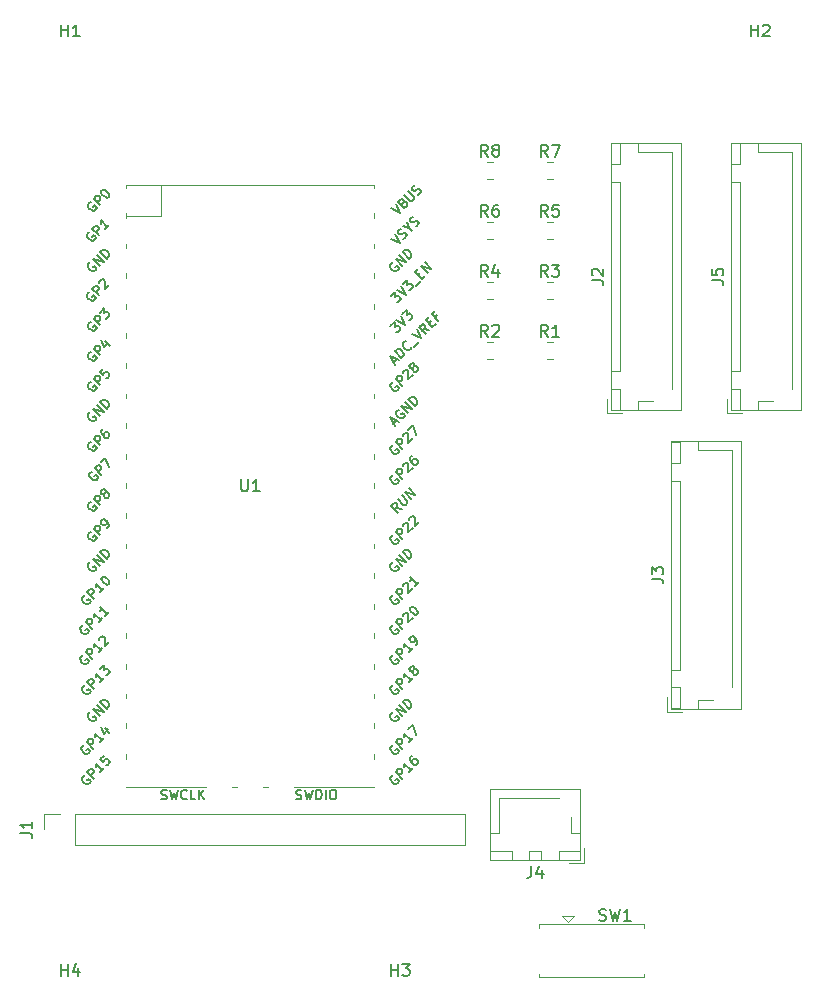
<source format=gbr>
%TF.GenerationSoftware,KiCad,Pcbnew,7.0.8*%
%TF.CreationDate,2025-06-12T15:39:47+08:00*%
%TF.ProjectId,PCB,5043422e-6b69-4636-9164-5f7063625858,rev?*%
%TF.SameCoordinates,Original*%
%TF.FileFunction,Legend,Top*%
%TF.FilePolarity,Positive*%
%FSLAX46Y46*%
G04 Gerber Fmt 4.6, Leading zero omitted, Abs format (unit mm)*
G04 Created by KiCad (PCBNEW 7.0.8) date 2025-06-12 15:39:47*
%MOMM*%
%LPD*%
G01*
G04 APERTURE LIST*
%ADD10C,0.150000*%
%ADD11C,0.120000*%
G04 APERTURE END LIST*
D10*
X181324819Y-49923333D02*
X182039104Y-49923333D01*
X182039104Y-49923333D02*
X182181961Y-49970952D01*
X182181961Y-49970952D02*
X182277200Y-50066190D01*
X182277200Y-50066190D02*
X182324819Y-50209047D01*
X182324819Y-50209047D02*
X182324819Y-50304285D01*
X181420057Y-49494761D02*
X181372438Y-49447142D01*
X181372438Y-49447142D02*
X181324819Y-49351904D01*
X181324819Y-49351904D02*
X181324819Y-49113809D01*
X181324819Y-49113809D02*
X181372438Y-49018571D01*
X181372438Y-49018571D02*
X181420057Y-48970952D01*
X181420057Y-48970952D02*
X181515295Y-48923333D01*
X181515295Y-48923333D02*
X181610533Y-48923333D01*
X181610533Y-48923333D02*
X181753390Y-48970952D01*
X181753390Y-48970952D02*
X182324819Y-49542380D01*
X182324819Y-49542380D02*
X182324819Y-48923333D01*
X136398095Y-108794819D02*
X136398095Y-107794819D01*
X136398095Y-108271009D02*
X136969523Y-108271009D01*
X136969523Y-108794819D02*
X136969523Y-107794819D01*
X137874285Y-108128152D02*
X137874285Y-108794819D01*
X137636190Y-107747200D02*
X137398095Y-108461485D01*
X137398095Y-108461485D02*
X138017142Y-108461485D01*
X186404819Y-75203333D02*
X187119104Y-75203333D01*
X187119104Y-75203333D02*
X187261961Y-75250952D01*
X187261961Y-75250952D02*
X187357200Y-75346190D01*
X187357200Y-75346190D02*
X187404819Y-75489047D01*
X187404819Y-75489047D02*
X187404819Y-75584285D01*
X186404819Y-74822380D02*
X186404819Y-74203333D01*
X186404819Y-74203333D02*
X186785771Y-74536666D01*
X186785771Y-74536666D02*
X186785771Y-74393809D01*
X186785771Y-74393809D02*
X186833390Y-74298571D01*
X186833390Y-74298571D02*
X186881009Y-74250952D01*
X186881009Y-74250952D02*
X186976247Y-74203333D01*
X186976247Y-74203333D02*
X187214342Y-74203333D01*
X187214342Y-74203333D02*
X187309580Y-74250952D01*
X187309580Y-74250952D02*
X187357200Y-74298571D01*
X187357200Y-74298571D02*
X187404819Y-74393809D01*
X187404819Y-74393809D02*
X187404819Y-74679523D01*
X187404819Y-74679523D02*
X187357200Y-74774761D01*
X187357200Y-74774761D02*
X187309580Y-74822380D01*
X177633333Y-49604819D02*
X177300000Y-49128628D01*
X177061905Y-49604819D02*
X177061905Y-48604819D01*
X177061905Y-48604819D02*
X177442857Y-48604819D01*
X177442857Y-48604819D02*
X177538095Y-48652438D01*
X177538095Y-48652438D02*
X177585714Y-48700057D01*
X177585714Y-48700057D02*
X177633333Y-48795295D01*
X177633333Y-48795295D02*
X177633333Y-48938152D01*
X177633333Y-48938152D02*
X177585714Y-49033390D01*
X177585714Y-49033390D02*
X177538095Y-49081009D01*
X177538095Y-49081009D02*
X177442857Y-49128628D01*
X177442857Y-49128628D02*
X177061905Y-49128628D01*
X177966667Y-48604819D02*
X178585714Y-48604819D01*
X178585714Y-48604819D02*
X178252381Y-48985771D01*
X178252381Y-48985771D02*
X178395238Y-48985771D01*
X178395238Y-48985771D02*
X178490476Y-49033390D01*
X178490476Y-49033390D02*
X178538095Y-49081009D01*
X178538095Y-49081009D02*
X178585714Y-49176247D01*
X178585714Y-49176247D02*
X178585714Y-49414342D01*
X178585714Y-49414342D02*
X178538095Y-49509580D01*
X178538095Y-49509580D02*
X178490476Y-49557200D01*
X178490476Y-49557200D02*
X178395238Y-49604819D01*
X178395238Y-49604819D02*
X178109524Y-49604819D01*
X178109524Y-49604819D02*
X178014286Y-49557200D01*
X178014286Y-49557200D02*
X177966667Y-49509580D01*
X151638095Y-66764819D02*
X151638095Y-67574342D01*
X151638095Y-67574342D02*
X151685714Y-67669580D01*
X151685714Y-67669580D02*
X151733333Y-67717200D01*
X151733333Y-67717200D02*
X151828571Y-67764819D01*
X151828571Y-67764819D02*
X152019047Y-67764819D01*
X152019047Y-67764819D02*
X152114285Y-67717200D01*
X152114285Y-67717200D02*
X152161904Y-67669580D01*
X152161904Y-67669580D02*
X152209523Y-67574342D01*
X152209523Y-67574342D02*
X152209523Y-66764819D01*
X153209523Y-67764819D02*
X152638095Y-67764819D01*
X152923809Y-67764819D02*
X152923809Y-66764819D01*
X152923809Y-66764819D02*
X152828571Y-66907676D01*
X152828571Y-66907676D02*
X152733333Y-67002914D01*
X152733333Y-67002914D02*
X152638095Y-67050533D01*
X138913372Y-71241494D02*
X138832560Y-71268431D01*
X138832560Y-71268431D02*
X138751748Y-71349243D01*
X138751748Y-71349243D02*
X138697873Y-71456993D01*
X138697873Y-71456993D02*
X138697873Y-71564742D01*
X138697873Y-71564742D02*
X138724810Y-71645555D01*
X138724810Y-71645555D02*
X138805623Y-71780242D01*
X138805623Y-71780242D02*
X138886435Y-71861054D01*
X138886435Y-71861054D02*
X139021122Y-71941866D01*
X139021122Y-71941866D02*
X139101934Y-71968803D01*
X139101934Y-71968803D02*
X139209684Y-71968803D01*
X139209684Y-71968803D02*
X139317433Y-71914929D01*
X139317433Y-71914929D02*
X139371308Y-71861054D01*
X139371308Y-71861054D02*
X139425183Y-71753304D01*
X139425183Y-71753304D02*
X139425183Y-71699429D01*
X139425183Y-71699429D02*
X139236621Y-71510868D01*
X139236621Y-71510868D02*
X139128871Y-71618617D01*
X139721494Y-71510868D02*
X139155809Y-70945182D01*
X139155809Y-70945182D02*
X139371308Y-70729683D01*
X139371308Y-70729683D02*
X139452120Y-70702746D01*
X139452120Y-70702746D02*
X139505995Y-70702746D01*
X139505995Y-70702746D02*
X139586807Y-70729683D01*
X139586807Y-70729683D02*
X139667619Y-70810495D01*
X139667619Y-70810495D02*
X139694557Y-70891307D01*
X139694557Y-70891307D02*
X139694557Y-70945182D01*
X139694557Y-70945182D02*
X139667619Y-71025994D01*
X139667619Y-71025994D02*
X139452120Y-71241494D01*
X140314117Y-70918245D02*
X140421867Y-70810495D01*
X140421867Y-70810495D02*
X140448804Y-70729683D01*
X140448804Y-70729683D02*
X140448804Y-70675808D01*
X140448804Y-70675808D02*
X140421867Y-70541121D01*
X140421867Y-70541121D02*
X140341054Y-70406434D01*
X140341054Y-70406434D02*
X140125555Y-70190935D01*
X140125555Y-70190935D02*
X140044743Y-70163998D01*
X140044743Y-70163998D02*
X139990868Y-70163998D01*
X139990868Y-70163998D02*
X139910056Y-70190935D01*
X139910056Y-70190935D02*
X139802306Y-70298685D01*
X139802306Y-70298685D02*
X139775369Y-70379497D01*
X139775369Y-70379497D02*
X139775369Y-70433372D01*
X139775369Y-70433372D02*
X139802306Y-70514184D01*
X139802306Y-70514184D02*
X139936993Y-70648871D01*
X139936993Y-70648871D02*
X140017806Y-70675808D01*
X140017806Y-70675808D02*
X140071680Y-70675808D01*
X140071680Y-70675808D02*
X140152493Y-70648871D01*
X140152493Y-70648871D02*
X140260242Y-70541121D01*
X140260242Y-70541121D02*
X140287180Y-70460309D01*
X140287180Y-70460309D02*
X140287180Y-70406434D01*
X140287180Y-70406434D02*
X140260242Y-70325622D01*
X156304761Y-93834200D02*
X156419047Y-93872295D01*
X156419047Y-93872295D02*
X156609523Y-93872295D01*
X156609523Y-93872295D02*
X156685714Y-93834200D01*
X156685714Y-93834200D02*
X156723809Y-93796104D01*
X156723809Y-93796104D02*
X156761904Y-93719914D01*
X156761904Y-93719914D02*
X156761904Y-93643723D01*
X156761904Y-93643723D02*
X156723809Y-93567533D01*
X156723809Y-93567533D02*
X156685714Y-93529438D01*
X156685714Y-93529438D02*
X156609523Y-93491342D01*
X156609523Y-93491342D02*
X156457142Y-93453247D01*
X156457142Y-93453247D02*
X156380952Y-93415152D01*
X156380952Y-93415152D02*
X156342857Y-93377057D01*
X156342857Y-93377057D02*
X156304761Y-93300866D01*
X156304761Y-93300866D02*
X156304761Y-93224676D01*
X156304761Y-93224676D02*
X156342857Y-93148485D01*
X156342857Y-93148485D02*
X156380952Y-93110390D01*
X156380952Y-93110390D02*
X156457142Y-93072295D01*
X156457142Y-93072295D02*
X156647619Y-93072295D01*
X156647619Y-93072295D02*
X156761904Y-93110390D01*
X157028571Y-93072295D02*
X157219047Y-93872295D01*
X157219047Y-93872295D02*
X157371428Y-93300866D01*
X157371428Y-93300866D02*
X157523809Y-93872295D01*
X157523809Y-93872295D02*
X157714286Y-93072295D01*
X158019048Y-93872295D02*
X158019048Y-93072295D01*
X158019048Y-93072295D02*
X158209524Y-93072295D01*
X158209524Y-93072295D02*
X158323810Y-93110390D01*
X158323810Y-93110390D02*
X158400000Y-93186580D01*
X158400000Y-93186580D02*
X158438095Y-93262771D01*
X158438095Y-93262771D02*
X158476191Y-93415152D01*
X158476191Y-93415152D02*
X158476191Y-93529438D01*
X158476191Y-93529438D02*
X158438095Y-93681819D01*
X158438095Y-93681819D02*
X158400000Y-93758009D01*
X158400000Y-93758009D02*
X158323810Y-93834200D01*
X158323810Y-93834200D02*
X158209524Y-93872295D01*
X158209524Y-93872295D02*
X158019048Y-93872295D01*
X158819048Y-93872295D02*
X158819048Y-93072295D01*
X159352381Y-93072295D02*
X159504762Y-93072295D01*
X159504762Y-93072295D02*
X159580952Y-93110390D01*
X159580952Y-93110390D02*
X159657143Y-93186580D01*
X159657143Y-93186580D02*
X159695238Y-93338961D01*
X159695238Y-93338961D02*
X159695238Y-93605628D01*
X159695238Y-93605628D02*
X159657143Y-93758009D01*
X159657143Y-93758009D02*
X159580952Y-93834200D01*
X159580952Y-93834200D02*
X159504762Y-93872295D01*
X159504762Y-93872295D02*
X159352381Y-93872295D01*
X159352381Y-93872295D02*
X159276190Y-93834200D01*
X159276190Y-93834200D02*
X159200000Y-93758009D01*
X159200000Y-93758009D02*
X159161904Y-93605628D01*
X159161904Y-93605628D02*
X159161904Y-93338961D01*
X159161904Y-93338961D02*
X159200000Y-93186580D01*
X159200000Y-93186580D02*
X159276190Y-93110390D01*
X159276190Y-93110390D02*
X159352381Y-93072295D01*
X164486435Y-48408431D02*
X164405623Y-48435368D01*
X164405623Y-48435368D02*
X164324811Y-48516180D01*
X164324811Y-48516180D02*
X164270936Y-48623930D01*
X164270936Y-48623930D02*
X164270936Y-48731680D01*
X164270936Y-48731680D02*
X164297873Y-48812492D01*
X164297873Y-48812492D02*
X164378685Y-48947179D01*
X164378685Y-48947179D02*
X164459498Y-49027991D01*
X164459498Y-49027991D02*
X164594185Y-49108803D01*
X164594185Y-49108803D02*
X164674997Y-49135741D01*
X164674997Y-49135741D02*
X164782746Y-49135741D01*
X164782746Y-49135741D02*
X164890496Y-49081866D01*
X164890496Y-49081866D02*
X164944371Y-49027991D01*
X164944371Y-49027991D02*
X164998246Y-48920241D01*
X164998246Y-48920241D02*
X164998246Y-48866367D01*
X164998246Y-48866367D02*
X164809684Y-48677805D01*
X164809684Y-48677805D02*
X164701934Y-48785554D01*
X165294557Y-48677805D02*
X164728872Y-48112119D01*
X164728872Y-48112119D02*
X165617806Y-48354556D01*
X165617806Y-48354556D02*
X165052120Y-47788871D01*
X165887180Y-48085182D02*
X165321494Y-47519497D01*
X165321494Y-47519497D02*
X165456181Y-47384810D01*
X165456181Y-47384810D02*
X165563931Y-47330935D01*
X165563931Y-47330935D02*
X165671680Y-47330935D01*
X165671680Y-47330935D02*
X165752493Y-47357872D01*
X165752493Y-47357872D02*
X165887180Y-47438685D01*
X165887180Y-47438685D02*
X165967992Y-47519497D01*
X165967992Y-47519497D02*
X166048804Y-47654184D01*
X166048804Y-47654184D02*
X166075741Y-47734996D01*
X166075741Y-47734996D02*
X166075741Y-47842746D01*
X166075741Y-47842746D02*
X166021867Y-47950495D01*
X166021867Y-47950495D02*
X165887180Y-48085182D01*
X164555064Y-56844049D02*
X164824438Y-56574675D01*
X164662813Y-57059549D02*
X164285690Y-56305301D01*
X164285690Y-56305301D02*
X165039937Y-56682425D01*
X165228499Y-56493863D02*
X164662813Y-55928178D01*
X164662813Y-55928178D02*
X164797500Y-55793491D01*
X164797500Y-55793491D02*
X164905250Y-55739616D01*
X164905250Y-55739616D02*
X165012999Y-55739616D01*
X165012999Y-55739616D02*
X165093812Y-55766553D01*
X165093812Y-55766553D02*
X165228499Y-55847366D01*
X165228499Y-55847366D02*
X165309311Y-55928178D01*
X165309311Y-55928178D02*
X165390123Y-56062865D01*
X165390123Y-56062865D02*
X165417060Y-56143677D01*
X165417060Y-56143677D02*
X165417060Y-56251427D01*
X165417060Y-56251427D02*
X165363186Y-56359176D01*
X165363186Y-56359176D02*
X165228499Y-56493863D01*
X166063558Y-55551054D02*
X166063558Y-55604929D01*
X166063558Y-55604929D02*
X166009683Y-55712679D01*
X166009683Y-55712679D02*
X165955808Y-55766553D01*
X165955808Y-55766553D02*
X165848059Y-55820428D01*
X165848059Y-55820428D02*
X165740309Y-55820428D01*
X165740309Y-55820428D02*
X165659497Y-55793491D01*
X165659497Y-55793491D02*
X165524810Y-55712679D01*
X165524810Y-55712679D02*
X165443998Y-55631866D01*
X165443998Y-55631866D02*
X165363186Y-55497179D01*
X165363186Y-55497179D02*
X165336248Y-55416367D01*
X165336248Y-55416367D02*
X165336248Y-55308618D01*
X165336248Y-55308618D02*
X165390123Y-55200868D01*
X165390123Y-55200868D02*
X165443998Y-55146993D01*
X165443998Y-55146993D02*
X165551747Y-55093118D01*
X165551747Y-55093118D02*
X165605622Y-55093118D01*
X166279057Y-55551054D02*
X166710056Y-55120056D01*
X166144370Y-54446621D02*
X166898618Y-54823744D01*
X166898618Y-54823744D02*
X166521494Y-54069497D01*
X167598990Y-54123372D02*
X167141054Y-54042560D01*
X167275741Y-54446621D02*
X166710056Y-53880935D01*
X166710056Y-53880935D02*
X166925555Y-53665436D01*
X166925555Y-53665436D02*
X167006367Y-53638499D01*
X167006367Y-53638499D02*
X167060242Y-53638499D01*
X167060242Y-53638499D02*
X167141054Y-53665436D01*
X167141054Y-53665436D02*
X167221866Y-53746248D01*
X167221866Y-53746248D02*
X167248804Y-53827061D01*
X167248804Y-53827061D02*
X167248804Y-53880935D01*
X167248804Y-53880935D02*
X167221866Y-53961748D01*
X167221866Y-53961748D02*
X167006367Y-54177247D01*
X167545115Y-53584624D02*
X167733677Y-53396062D01*
X168110800Y-53611561D02*
X167841426Y-53880935D01*
X167841426Y-53880935D02*
X167275741Y-53315250D01*
X167275741Y-53315250D02*
X167545115Y-53045876D01*
X168245488Y-52884251D02*
X168056926Y-53072813D01*
X168353237Y-53369125D02*
X167787552Y-52803439D01*
X167787552Y-52803439D02*
X168056926Y-52534065D01*
X138913372Y-58541494D02*
X138832560Y-58568431D01*
X138832560Y-58568431D02*
X138751748Y-58649243D01*
X138751748Y-58649243D02*
X138697873Y-58756993D01*
X138697873Y-58756993D02*
X138697873Y-58864742D01*
X138697873Y-58864742D02*
X138724810Y-58945555D01*
X138724810Y-58945555D02*
X138805623Y-59080242D01*
X138805623Y-59080242D02*
X138886435Y-59161054D01*
X138886435Y-59161054D02*
X139021122Y-59241866D01*
X139021122Y-59241866D02*
X139101934Y-59268803D01*
X139101934Y-59268803D02*
X139209684Y-59268803D01*
X139209684Y-59268803D02*
X139317433Y-59214929D01*
X139317433Y-59214929D02*
X139371308Y-59161054D01*
X139371308Y-59161054D02*
X139425183Y-59053304D01*
X139425183Y-59053304D02*
X139425183Y-58999429D01*
X139425183Y-58999429D02*
X139236621Y-58810868D01*
X139236621Y-58810868D02*
X139128871Y-58918617D01*
X139721494Y-58810868D02*
X139155809Y-58245182D01*
X139155809Y-58245182D02*
X139371308Y-58029683D01*
X139371308Y-58029683D02*
X139452120Y-58002746D01*
X139452120Y-58002746D02*
X139505995Y-58002746D01*
X139505995Y-58002746D02*
X139586807Y-58029683D01*
X139586807Y-58029683D02*
X139667619Y-58110495D01*
X139667619Y-58110495D02*
X139694557Y-58191307D01*
X139694557Y-58191307D02*
X139694557Y-58245182D01*
X139694557Y-58245182D02*
X139667619Y-58325994D01*
X139667619Y-58325994D02*
X139452120Y-58541494D01*
X139990868Y-57410123D02*
X139721494Y-57679497D01*
X139721494Y-57679497D02*
X139963931Y-57975808D01*
X139963931Y-57975808D02*
X139963931Y-57921933D01*
X139963931Y-57921933D02*
X139990868Y-57841121D01*
X139990868Y-57841121D02*
X140125555Y-57706434D01*
X140125555Y-57706434D02*
X140206367Y-57679497D01*
X140206367Y-57679497D02*
X140260242Y-57679497D01*
X140260242Y-57679497D02*
X140341054Y-57706434D01*
X140341054Y-57706434D02*
X140475741Y-57841121D01*
X140475741Y-57841121D02*
X140502679Y-57921933D01*
X140502679Y-57921933D02*
X140502679Y-57975808D01*
X140502679Y-57975808D02*
X140475741Y-58056620D01*
X140475741Y-58056620D02*
X140341054Y-58191307D01*
X140341054Y-58191307D02*
X140260242Y-58218245D01*
X140260242Y-58218245D02*
X140206367Y-58218245D01*
X164551873Y-62051240D02*
X164821247Y-61781866D01*
X164659623Y-62266739D02*
X164282499Y-61512492D01*
X164282499Y-61512492D02*
X165036746Y-61889615D01*
X164982871Y-60865994D02*
X164902059Y-60892932D01*
X164902059Y-60892932D02*
X164821247Y-60973744D01*
X164821247Y-60973744D02*
X164767372Y-61081494D01*
X164767372Y-61081494D02*
X164767372Y-61189243D01*
X164767372Y-61189243D02*
X164794310Y-61270055D01*
X164794310Y-61270055D02*
X164875122Y-61404742D01*
X164875122Y-61404742D02*
X164955934Y-61485555D01*
X164955934Y-61485555D02*
X165090621Y-61566367D01*
X165090621Y-61566367D02*
X165171433Y-61593304D01*
X165171433Y-61593304D02*
X165279183Y-61593304D01*
X165279183Y-61593304D02*
X165386932Y-61539429D01*
X165386932Y-61539429D02*
X165440807Y-61485555D01*
X165440807Y-61485555D02*
X165494682Y-61377805D01*
X165494682Y-61377805D02*
X165494682Y-61323930D01*
X165494682Y-61323930D02*
X165306120Y-61135368D01*
X165306120Y-61135368D02*
X165198371Y-61243118D01*
X165790993Y-61135368D02*
X165225308Y-60569683D01*
X165225308Y-60569683D02*
X166114242Y-60812120D01*
X166114242Y-60812120D02*
X165548557Y-60246434D01*
X166383616Y-60542746D02*
X165817931Y-59977060D01*
X165817931Y-59977060D02*
X165952618Y-59842373D01*
X165952618Y-59842373D02*
X166060367Y-59788498D01*
X166060367Y-59788498D02*
X166168117Y-59788498D01*
X166168117Y-59788498D02*
X166248929Y-59815436D01*
X166248929Y-59815436D02*
X166383616Y-59896248D01*
X166383616Y-59896248D02*
X166464428Y-59977060D01*
X166464428Y-59977060D02*
X166545241Y-60111747D01*
X166545241Y-60111747D02*
X166572178Y-60192560D01*
X166572178Y-60192560D02*
X166572178Y-60300309D01*
X166572178Y-60300309D02*
X166518303Y-60408059D01*
X166518303Y-60408059D02*
X166383616Y-60542746D01*
X138913372Y-53461494D02*
X138832560Y-53488431D01*
X138832560Y-53488431D02*
X138751748Y-53569243D01*
X138751748Y-53569243D02*
X138697873Y-53676993D01*
X138697873Y-53676993D02*
X138697873Y-53784742D01*
X138697873Y-53784742D02*
X138724810Y-53865555D01*
X138724810Y-53865555D02*
X138805623Y-54000242D01*
X138805623Y-54000242D02*
X138886435Y-54081054D01*
X138886435Y-54081054D02*
X139021122Y-54161866D01*
X139021122Y-54161866D02*
X139101934Y-54188803D01*
X139101934Y-54188803D02*
X139209684Y-54188803D01*
X139209684Y-54188803D02*
X139317433Y-54134929D01*
X139317433Y-54134929D02*
X139371308Y-54081054D01*
X139371308Y-54081054D02*
X139425183Y-53973304D01*
X139425183Y-53973304D02*
X139425183Y-53919429D01*
X139425183Y-53919429D02*
X139236621Y-53730868D01*
X139236621Y-53730868D02*
X139128871Y-53838617D01*
X139721494Y-53730868D02*
X139155809Y-53165182D01*
X139155809Y-53165182D02*
X139371308Y-52949683D01*
X139371308Y-52949683D02*
X139452120Y-52922746D01*
X139452120Y-52922746D02*
X139505995Y-52922746D01*
X139505995Y-52922746D02*
X139586807Y-52949683D01*
X139586807Y-52949683D02*
X139667619Y-53030495D01*
X139667619Y-53030495D02*
X139694557Y-53111307D01*
X139694557Y-53111307D02*
X139694557Y-53165182D01*
X139694557Y-53165182D02*
X139667619Y-53245994D01*
X139667619Y-53245994D02*
X139452120Y-53461494D01*
X139667619Y-52653372D02*
X140017806Y-52303185D01*
X140017806Y-52303185D02*
X140044743Y-52707246D01*
X140044743Y-52707246D02*
X140125555Y-52626434D01*
X140125555Y-52626434D02*
X140206367Y-52599497D01*
X140206367Y-52599497D02*
X140260242Y-52599497D01*
X140260242Y-52599497D02*
X140341054Y-52626434D01*
X140341054Y-52626434D02*
X140475741Y-52761121D01*
X140475741Y-52761121D02*
X140502679Y-52841933D01*
X140502679Y-52841933D02*
X140502679Y-52895808D01*
X140502679Y-52895808D02*
X140475741Y-52976620D01*
X140475741Y-52976620D02*
X140314117Y-53138245D01*
X140314117Y-53138245D02*
X140233305Y-53165182D01*
X140233305Y-53165182D02*
X140179430Y-53165182D01*
X164322407Y-51268584D02*
X164672593Y-50918398D01*
X164672593Y-50918398D02*
X164699531Y-51322459D01*
X164699531Y-51322459D02*
X164780343Y-51241646D01*
X164780343Y-51241646D02*
X164861155Y-51214709D01*
X164861155Y-51214709D02*
X164915030Y-51214709D01*
X164915030Y-51214709D02*
X164995842Y-51241646D01*
X164995842Y-51241646D02*
X165130529Y-51376333D01*
X165130529Y-51376333D02*
X165157467Y-51457146D01*
X165157467Y-51457146D02*
X165157467Y-51511020D01*
X165157467Y-51511020D02*
X165130529Y-51591833D01*
X165130529Y-51591833D02*
X164968905Y-51753457D01*
X164968905Y-51753457D02*
X164888093Y-51780394D01*
X164888093Y-51780394D02*
X164834218Y-51780394D01*
X164834218Y-50756773D02*
X165588465Y-51133897D01*
X165588465Y-51133897D02*
X165211342Y-50379649D01*
X165346028Y-50244963D02*
X165696215Y-49894776D01*
X165696215Y-49894776D02*
X165723152Y-50298837D01*
X165723152Y-50298837D02*
X165803964Y-50218025D01*
X165803964Y-50218025D02*
X165884776Y-50191088D01*
X165884776Y-50191088D02*
X165938651Y-50191088D01*
X165938651Y-50191088D02*
X166019464Y-50218025D01*
X166019464Y-50218025D02*
X166154151Y-50352712D01*
X166154151Y-50352712D02*
X166181088Y-50433524D01*
X166181088Y-50433524D02*
X166181088Y-50487399D01*
X166181088Y-50487399D02*
X166154151Y-50568211D01*
X166154151Y-50568211D02*
X165992526Y-50729836D01*
X165992526Y-50729836D02*
X165911714Y-50756773D01*
X165911714Y-50756773D02*
X165857839Y-50756773D01*
X166423525Y-50406587D02*
X166854523Y-49975588D01*
X166639024Y-49490715D02*
X166827586Y-49302153D01*
X167204709Y-49517652D02*
X166935335Y-49787026D01*
X166935335Y-49787026D02*
X166369650Y-49221341D01*
X166369650Y-49221341D02*
X166639024Y-48951967D01*
X167447146Y-49275215D02*
X166881461Y-48709530D01*
X166881461Y-48709530D02*
X167770395Y-48951967D01*
X167770395Y-48951967D02*
X167204710Y-48386281D01*
X138343998Y-89290868D02*
X138263185Y-89317805D01*
X138263185Y-89317805D02*
X138182373Y-89398618D01*
X138182373Y-89398618D02*
X138128498Y-89506367D01*
X138128498Y-89506367D02*
X138128498Y-89614117D01*
X138128498Y-89614117D02*
X138155436Y-89694929D01*
X138155436Y-89694929D02*
X138236248Y-89829616D01*
X138236248Y-89829616D02*
X138317060Y-89910428D01*
X138317060Y-89910428D02*
X138451747Y-89991241D01*
X138451747Y-89991241D02*
X138532560Y-90018178D01*
X138532560Y-90018178D02*
X138640309Y-90018178D01*
X138640309Y-90018178D02*
X138748059Y-89964303D01*
X138748059Y-89964303D02*
X138801934Y-89910428D01*
X138801934Y-89910428D02*
X138855808Y-89802679D01*
X138855808Y-89802679D02*
X138855808Y-89748804D01*
X138855808Y-89748804D02*
X138667247Y-89560242D01*
X138667247Y-89560242D02*
X138559497Y-89667992D01*
X139152120Y-89560242D02*
X138586434Y-88994557D01*
X138586434Y-88994557D02*
X138801934Y-88779057D01*
X138801934Y-88779057D02*
X138882746Y-88752120D01*
X138882746Y-88752120D02*
X138936621Y-88752120D01*
X138936621Y-88752120D02*
X139017433Y-88779057D01*
X139017433Y-88779057D02*
X139098245Y-88859870D01*
X139098245Y-88859870D02*
X139125182Y-88940682D01*
X139125182Y-88940682D02*
X139125182Y-88994557D01*
X139125182Y-88994557D02*
X139098245Y-89075369D01*
X139098245Y-89075369D02*
X138882746Y-89290868D01*
X140014117Y-88698245D02*
X139690868Y-89021494D01*
X139852492Y-88859870D02*
X139286807Y-88294184D01*
X139286807Y-88294184D02*
X139313744Y-88428871D01*
X139313744Y-88428871D02*
X139313744Y-88536621D01*
X139313744Y-88536621D02*
X139286807Y-88617433D01*
X140121866Y-87836248D02*
X140498990Y-88213372D01*
X139771680Y-87755436D02*
X140041054Y-88294184D01*
X140041054Y-88294184D02*
X140391240Y-87943998D01*
X164497998Y-84210868D02*
X164417185Y-84237805D01*
X164417185Y-84237805D02*
X164336373Y-84318618D01*
X164336373Y-84318618D02*
X164282498Y-84426367D01*
X164282498Y-84426367D02*
X164282498Y-84534117D01*
X164282498Y-84534117D02*
X164309436Y-84614929D01*
X164309436Y-84614929D02*
X164390248Y-84749616D01*
X164390248Y-84749616D02*
X164471060Y-84830428D01*
X164471060Y-84830428D02*
X164605747Y-84911241D01*
X164605747Y-84911241D02*
X164686560Y-84938178D01*
X164686560Y-84938178D02*
X164794309Y-84938178D01*
X164794309Y-84938178D02*
X164902059Y-84884303D01*
X164902059Y-84884303D02*
X164955934Y-84830428D01*
X164955934Y-84830428D02*
X165009808Y-84722679D01*
X165009808Y-84722679D02*
X165009808Y-84668804D01*
X165009808Y-84668804D02*
X164821247Y-84480242D01*
X164821247Y-84480242D02*
X164713497Y-84587992D01*
X165306120Y-84480242D02*
X164740434Y-83914557D01*
X164740434Y-83914557D02*
X164955934Y-83699057D01*
X164955934Y-83699057D02*
X165036746Y-83672120D01*
X165036746Y-83672120D02*
X165090621Y-83672120D01*
X165090621Y-83672120D02*
X165171433Y-83699057D01*
X165171433Y-83699057D02*
X165252245Y-83779870D01*
X165252245Y-83779870D02*
X165279182Y-83860682D01*
X165279182Y-83860682D02*
X165279182Y-83914557D01*
X165279182Y-83914557D02*
X165252245Y-83995369D01*
X165252245Y-83995369D02*
X165036746Y-84210868D01*
X166168117Y-83618245D02*
X165844868Y-83941494D01*
X166006492Y-83779870D02*
X165440807Y-83214184D01*
X165440807Y-83214184D02*
X165467744Y-83348871D01*
X165467744Y-83348871D02*
X165467744Y-83456621D01*
X165467744Y-83456621D02*
X165440807Y-83537433D01*
X166168117Y-82971747D02*
X166087305Y-82998685D01*
X166087305Y-82998685D02*
X166033430Y-82998685D01*
X166033430Y-82998685D02*
X165952618Y-82971747D01*
X165952618Y-82971747D02*
X165925680Y-82944810D01*
X165925680Y-82944810D02*
X165898743Y-82863998D01*
X165898743Y-82863998D02*
X165898743Y-82810123D01*
X165898743Y-82810123D02*
X165925680Y-82729311D01*
X165925680Y-82729311D02*
X166033430Y-82621561D01*
X166033430Y-82621561D02*
X166114242Y-82594624D01*
X166114242Y-82594624D02*
X166168117Y-82594624D01*
X166168117Y-82594624D02*
X166248929Y-82621561D01*
X166248929Y-82621561D02*
X166275866Y-82648499D01*
X166275866Y-82648499D02*
X166302804Y-82729311D01*
X166302804Y-82729311D02*
X166302804Y-82783186D01*
X166302804Y-82783186D02*
X166275866Y-82863998D01*
X166275866Y-82863998D02*
X166168117Y-82971747D01*
X166168117Y-82971747D02*
X166141179Y-83052560D01*
X166141179Y-83052560D02*
X166141179Y-83106434D01*
X166141179Y-83106434D02*
X166168117Y-83187247D01*
X166168117Y-83187247D02*
X166275866Y-83294996D01*
X166275866Y-83294996D02*
X166356679Y-83321934D01*
X166356679Y-83321934D02*
X166410553Y-83321934D01*
X166410553Y-83321934D02*
X166491366Y-83294996D01*
X166491366Y-83294996D02*
X166599115Y-83187247D01*
X166599115Y-83187247D02*
X166626053Y-83106434D01*
X166626053Y-83106434D02*
X166626053Y-83052560D01*
X166626053Y-83052560D02*
X166599115Y-82971747D01*
X166599115Y-82971747D02*
X166491366Y-82863998D01*
X166491366Y-82863998D02*
X166410553Y-82837060D01*
X166410553Y-82837060D02*
X166356679Y-82837060D01*
X166356679Y-82837060D02*
X166275866Y-82863998D01*
X138886435Y-48408431D02*
X138805623Y-48435368D01*
X138805623Y-48435368D02*
X138724811Y-48516180D01*
X138724811Y-48516180D02*
X138670936Y-48623930D01*
X138670936Y-48623930D02*
X138670936Y-48731680D01*
X138670936Y-48731680D02*
X138697873Y-48812492D01*
X138697873Y-48812492D02*
X138778685Y-48947179D01*
X138778685Y-48947179D02*
X138859498Y-49027991D01*
X138859498Y-49027991D02*
X138994185Y-49108803D01*
X138994185Y-49108803D02*
X139074997Y-49135741D01*
X139074997Y-49135741D02*
X139182746Y-49135741D01*
X139182746Y-49135741D02*
X139290496Y-49081866D01*
X139290496Y-49081866D02*
X139344371Y-49027991D01*
X139344371Y-49027991D02*
X139398246Y-48920241D01*
X139398246Y-48920241D02*
X139398246Y-48866367D01*
X139398246Y-48866367D02*
X139209684Y-48677805D01*
X139209684Y-48677805D02*
X139101934Y-48785554D01*
X139694557Y-48677805D02*
X139128872Y-48112119D01*
X139128872Y-48112119D02*
X140017806Y-48354556D01*
X140017806Y-48354556D02*
X139452120Y-47788871D01*
X140287180Y-48085182D02*
X139721494Y-47519497D01*
X139721494Y-47519497D02*
X139856181Y-47384810D01*
X139856181Y-47384810D02*
X139963931Y-47330935D01*
X139963931Y-47330935D02*
X140071680Y-47330935D01*
X140071680Y-47330935D02*
X140152493Y-47357872D01*
X140152493Y-47357872D02*
X140287180Y-47438685D01*
X140287180Y-47438685D02*
X140367992Y-47519497D01*
X140367992Y-47519497D02*
X140448804Y-47654184D01*
X140448804Y-47654184D02*
X140475741Y-47734996D01*
X140475741Y-47734996D02*
X140475741Y-47842746D01*
X140475741Y-47842746D02*
X140421867Y-47950495D01*
X140421867Y-47950495D02*
X140287180Y-48085182D01*
X138389998Y-84210868D02*
X138309185Y-84237805D01*
X138309185Y-84237805D02*
X138228373Y-84318618D01*
X138228373Y-84318618D02*
X138174498Y-84426367D01*
X138174498Y-84426367D02*
X138174498Y-84534117D01*
X138174498Y-84534117D02*
X138201436Y-84614929D01*
X138201436Y-84614929D02*
X138282248Y-84749616D01*
X138282248Y-84749616D02*
X138363060Y-84830428D01*
X138363060Y-84830428D02*
X138497747Y-84911241D01*
X138497747Y-84911241D02*
X138578560Y-84938178D01*
X138578560Y-84938178D02*
X138686309Y-84938178D01*
X138686309Y-84938178D02*
X138794059Y-84884303D01*
X138794059Y-84884303D02*
X138847934Y-84830428D01*
X138847934Y-84830428D02*
X138901808Y-84722679D01*
X138901808Y-84722679D02*
X138901808Y-84668804D01*
X138901808Y-84668804D02*
X138713247Y-84480242D01*
X138713247Y-84480242D02*
X138605497Y-84587992D01*
X139198120Y-84480242D02*
X138632434Y-83914557D01*
X138632434Y-83914557D02*
X138847934Y-83699057D01*
X138847934Y-83699057D02*
X138928746Y-83672120D01*
X138928746Y-83672120D02*
X138982621Y-83672120D01*
X138982621Y-83672120D02*
X139063433Y-83699057D01*
X139063433Y-83699057D02*
X139144245Y-83779870D01*
X139144245Y-83779870D02*
X139171182Y-83860682D01*
X139171182Y-83860682D02*
X139171182Y-83914557D01*
X139171182Y-83914557D02*
X139144245Y-83995369D01*
X139144245Y-83995369D02*
X138928746Y-84210868D01*
X140060117Y-83618245D02*
X139736868Y-83941494D01*
X139898492Y-83779870D02*
X139332807Y-83214184D01*
X139332807Y-83214184D02*
X139359744Y-83348871D01*
X139359744Y-83348871D02*
X139359744Y-83456621D01*
X139359744Y-83456621D02*
X139332807Y-83537433D01*
X139682993Y-82863998D02*
X140033179Y-82513812D01*
X140033179Y-82513812D02*
X140060117Y-82917873D01*
X140060117Y-82917873D02*
X140140929Y-82837060D01*
X140140929Y-82837060D02*
X140221741Y-82810123D01*
X140221741Y-82810123D02*
X140275616Y-82810123D01*
X140275616Y-82810123D02*
X140356428Y-82837060D01*
X140356428Y-82837060D02*
X140491115Y-82971747D01*
X140491115Y-82971747D02*
X140518053Y-83052560D01*
X140518053Y-83052560D02*
X140518053Y-83106434D01*
X140518053Y-83106434D02*
X140491115Y-83187247D01*
X140491115Y-83187247D02*
X140329491Y-83348871D01*
X140329491Y-83348871D02*
X140248679Y-83375808D01*
X140248679Y-83375808D02*
X140194804Y-83375808D01*
X138886435Y-73808431D02*
X138805623Y-73835368D01*
X138805623Y-73835368D02*
X138724811Y-73916180D01*
X138724811Y-73916180D02*
X138670936Y-74023930D01*
X138670936Y-74023930D02*
X138670936Y-74131680D01*
X138670936Y-74131680D02*
X138697873Y-74212492D01*
X138697873Y-74212492D02*
X138778685Y-74347179D01*
X138778685Y-74347179D02*
X138859498Y-74427991D01*
X138859498Y-74427991D02*
X138994185Y-74508803D01*
X138994185Y-74508803D02*
X139074997Y-74535741D01*
X139074997Y-74535741D02*
X139182746Y-74535741D01*
X139182746Y-74535741D02*
X139290496Y-74481866D01*
X139290496Y-74481866D02*
X139344371Y-74427991D01*
X139344371Y-74427991D02*
X139398246Y-74320241D01*
X139398246Y-74320241D02*
X139398246Y-74266367D01*
X139398246Y-74266367D02*
X139209684Y-74077805D01*
X139209684Y-74077805D02*
X139101934Y-74185554D01*
X139694557Y-74077805D02*
X139128872Y-73512119D01*
X139128872Y-73512119D02*
X140017806Y-73754556D01*
X140017806Y-73754556D02*
X139452120Y-73188871D01*
X140287180Y-73485182D02*
X139721494Y-72919497D01*
X139721494Y-72919497D02*
X139856181Y-72784810D01*
X139856181Y-72784810D02*
X139963931Y-72730935D01*
X139963931Y-72730935D02*
X140071680Y-72730935D01*
X140071680Y-72730935D02*
X140152493Y-72757872D01*
X140152493Y-72757872D02*
X140287180Y-72838685D01*
X140287180Y-72838685D02*
X140367992Y-72919497D01*
X140367992Y-72919497D02*
X140448804Y-73054184D01*
X140448804Y-73054184D02*
X140475741Y-73134996D01*
X140475741Y-73134996D02*
X140475741Y-73242746D01*
X140475741Y-73242746D02*
X140421867Y-73350495D01*
X140421867Y-73350495D02*
X140287180Y-73485182D01*
X138389998Y-91830868D02*
X138309185Y-91857805D01*
X138309185Y-91857805D02*
X138228373Y-91938618D01*
X138228373Y-91938618D02*
X138174498Y-92046367D01*
X138174498Y-92046367D02*
X138174498Y-92154117D01*
X138174498Y-92154117D02*
X138201436Y-92234929D01*
X138201436Y-92234929D02*
X138282248Y-92369616D01*
X138282248Y-92369616D02*
X138363060Y-92450428D01*
X138363060Y-92450428D02*
X138497747Y-92531241D01*
X138497747Y-92531241D02*
X138578560Y-92558178D01*
X138578560Y-92558178D02*
X138686309Y-92558178D01*
X138686309Y-92558178D02*
X138794059Y-92504303D01*
X138794059Y-92504303D02*
X138847934Y-92450428D01*
X138847934Y-92450428D02*
X138901808Y-92342679D01*
X138901808Y-92342679D02*
X138901808Y-92288804D01*
X138901808Y-92288804D02*
X138713247Y-92100242D01*
X138713247Y-92100242D02*
X138605497Y-92207992D01*
X139198120Y-92100242D02*
X138632434Y-91534557D01*
X138632434Y-91534557D02*
X138847934Y-91319057D01*
X138847934Y-91319057D02*
X138928746Y-91292120D01*
X138928746Y-91292120D02*
X138982621Y-91292120D01*
X138982621Y-91292120D02*
X139063433Y-91319057D01*
X139063433Y-91319057D02*
X139144245Y-91399870D01*
X139144245Y-91399870D02*
X139171182Y-91480682D01*
X139171182Y-91480682D02*
X139171182Y-91534557D01*
X139171182Y-91534557D02*
X139144245Y-91615369D01*
X139144245Y-91615369D02*
X138928746Y-91830868D01*
X140060117Y-91238245D02*
X139736868Y-91561494D01*
X139898492Y-91399870D02*
X139332807Y-90834184D01*
X139332807Y-90834184D02*
X139359744Y-90968871D01*
X139359744Y-90968871D02*
X139359744Y-91076621D01*
X139359744Y-91076621D02*
X139332807Y-91157433D01*
X140006242Y-90160749D02*
X139736868Y-90430123D01*
X139736868Y-90430123D02*
X139979305Y-90726434D01*
X139979305Y-90726434D02*
X139979305Y-90672560D01*
X139979305Y-90672560D02*
X140006242Y-90591747D01*
X140006242Y-90591747D02*
X140140929Y-90457060D01*
X140140929Y-90457060D02*
X140221741Y-90430123D01*
X140221741Y-90430123D02*
X140275616Y-90430123D01*
X140275616Y-90430123D02*
X140356428Y-90457060D01*
X140356428Y-90457060D02*
X140491115Y-90591747D01*
X140491115Y-90591747D02*
X140518053Y-90672560D01*
X140518053Y-90672560D02*
X140518053Y-90726434D01*
X140518053Y-90726434D02*
X140491115Y-90807247D01*
X140491115Y-90807247D02*
X140356428Y-90941934D01*
X140356428Y-90941934D02*
X140275616Y-90968871D01*
X140275616Y-90968871D02*
X140221741Y-90968871D01*
X138389998Y-76590868D02*
X138309185Y-76617805D01*
X138309185Y-76617805D02*
X138228373Y-76698618D01*
X138228373Y-76698618D02*
X138174498Y-76806367D01*
X138174498Y-76806367D02*
X138174498Y-76914117D01*
X138174498Y-76914117D02*
X138201436Y-76994929D01*
X138201436Y-76994929D02*
X138282248Y-77129616D01*
X138282248Y-77129616D02*
X138363060Y-77210428D01*
X138363060Y-77210428D02*
X138497747Y-77291241D01*
X138497747Y-77291241D02*
X138578560Y-77318178D01*
X138578560Y-77318178D02*
X138686309Y-77318178D01*
X138686309Y-77318178D02*
X138794059Y-77264303D01*
X138794059Y-77264303D02*
X138847934Y-77210428D01*
X138847934Y-77210428D02*
X138901808Y-77102679D01*
X138901808Y-77102679D02*
X138901808Y-77048804D01*
X138901808Y-77048804D02*
X138713247Y-76860242D01*
X138713247Y-76860242D02*
X138605497Y-76967992D01*
X139198120Y-76860242D02*
X138632434Y-76294557D01*
X138632434Y-76294557D02*
X138847934Y-76079057D01*
X138847934Y-76079057D02*
X138928746Y-76052120D01*
X138928746Y-76052120D02*
X138982621Y-76052120D01*
X138982621Y-76052120D02*
X139063433Y-76079057D01*
X139063433Y-76079057D02*
X139144245Y-76159870D01*
X139144245Y-76159870D02*
X139171182Y-76240682D01*
X139171182Y-76240682D02*
X139171182Y-76294557D01*
X139171182Y-76294557D02*
X139144245Y-76375369D01*
X139144245Y-76375369D02*
X138928746Y-76590868D01*
X140060117Y-75998245D02*
X139736868Y-76321494D01*
X139898492Y-76159870D02*
X139332807Y-75594184D01*
X139332807Y-75594184D02*
X139359744Y-75728871D01*
X139359744Y-75728871D02*
X139359744Y-75836621D01*
X139359744Y-75836621D02*
X139332807Y-75917433D01*
X139844618Y-75082373D02*
X139898492Y-75028499D01*
X139898492Y-75028499D02*
X139979305Y-75001561D01*
X139979305Y-75001561D02*
X140033179Y-75001561D01*
X140033179Y-75001561D02*
X140113992Y-75028499D01*
X140113992Y-75028499D02*
X140248679Y-75109311D01*
X140248679Y-75109311D02*
X140383366Y-75243998D01*
X140383366Y-75243998D02*
X140464178Y-75378685D01*
X140464178Y-75378685D02*
X140491115Y-75459497D01*
X140491115Y-75459497D02*
X140491115Y-75513372D01*
X140491115Y-75513372D02*
X140464178Y-75594184D01*
X140464178Y-75594184D02*
X140410303Y-75648059D01*
X140410303Y-75648059D02*
X140329491Y-75674996D01*
X140329491Y-75674996D02*
X140275616Y-75674996D01*
X140275616Y-75674996D02*
X140194804Y-75648059D01*
X140194804Y-75648059D02*
X140060117Y-75567247D01*
X140060117Y-75567247D02*
X139925430Y-75432560D01*
X139925430Y-75432560D02*
X139844618Y-75297873D01*
X139844618Y-75297873D02*
X139817680Y-75217060D01*
X139817680Y-75217060D02*
X139817680Y-75163186D01*
X139817680Y-75163186D02*
X139844618Y-75082373D01*
X164497998Y-91830868D02*
X164417185Y-91857805D01*
X164417185Y-91857805D02*
X164336373Y-91938618D01*
X164336373Y-91938618D02*
X164282498Y-92046367D01*
X164282498Y-92046367D02*
X164282498Y-92154117D01*
X164282498Y-92154117D02*
X164309436Y-92234929D01*
X164309436Y-92234929D02*
X164390248Y-92369616D01*
X164390248Y-92369616D02*
X164471060Y-92450428D01*
X164471060Y-92450428D02*
X164605747Y-92531241D01*
X164605747Y-92531241D02*
X164686560Y-92558178D01*
X164686560Y-92558178D02*
X164794309Y-92558178D01*
X164794309Y-92558178D02*
X164902059Y-92504303D01*
X164902059Y-92504303D02*
X164955934Y-92450428D01*
X164955934Y-92450428D02*
X165009808Y-92342679D01*
X165009808Y-92342679D02*
X165009808Y-92288804D01*
X165009808Y-92288804D02*
X164821247Y-92100242D01*
X164821247Y-92100242D02*
X164713497Y-92207992D01*
X165306120Y-92100242D02*
X164740434Y-91534557D01*
X164740434Y-91534557D02*
X164955934Y-91319057D01*
X164955934Y-91319057D02*
X165036746Y-91292120D01*
X165036746Y-91292120D02*
X165090621Y-91292120D01*
X165090621Y-91292120D02*
X165171433Y-91319057D01*
X165171433Y-91319057D02*
X165252245Y-91399870D01*
X165252245Y-91399870D02*
X165279182Y-91480682D01*
X165279182Y-91480682D02*
X165279182Y-91534557D01*
X165279182Y-91534557D02*
X165252245Y-91615369D01*
X165252245Y-91615369D02*
X165036746Y-91830868D01*
X166168117Y-91238245D02*
X165844868Y-91561494D01*
X166006492Y-91399870D02*
X165440807Y-90834184D01*
X165440807Y-90834184D02*
X165467744Y-90968871D01*
X165467744Y-90968871D02*
X165467744Y-91076621D01*
X165467744Y-91076621D02*
X165440807Y-91157433D01*
X166087305Y-90187686D02*
X165979555Y-90295436D01*
X165979555Y-90295436D02*
X165952618Y-90376248D01*
X165952618Y-90376248D02*
X165952618Y-90430123D01*
X165952618Y-90430123D02*
X165979555Y-90564810D01*
X165979555Y-90564810D02*
X166060367Y-90699497D01*
X166060367Y-90699497D02*
X166275866Y-90914996D01*
X166275866Y-90914996D02*
X166356679Y-90941934D01*
X166356679Y-90941934D02*
X166410553Y-90941934D01*
X166410553Y-90941934D02*
X166491366Y-90914996D01*
X166491366Y-90914996D02*
X166599115Y-90807247D01*
X166599115Y-90807247D02*
X166626053Y-90726434D01*
X166626053Y-90726434D02*
X166626053Y-90672560D01*
X166626053Y-90672560D02*
X166599115Y-90591747D01*
X166599115Y-90591747D02*
X166464428Y-90457060D01*
X166464428Y-90457060D02*
X166383616Y-90430123D01*
X166383616Y-90430123D02*
X166329741Y-90430123D01*
X166329741Y-90430123D02*
X166248929Y-90457060D01*
X166248929Y-90457060D02*
X166141179Y-90564810D01*
X166141179Y-90564810D02*
X166114242Y-90645622D01*
X166114242Y-90645622D02*
X166114242Y-90699497D01*
X166114242Y-90699497D02*
X166141179Y-90780309D01*
X164353406Y-43837585D02*
X165107653Y-44214709D01*
X165107653Y-44214709D02*
X164730529Y-43460462D01*
X165377027Y-43352712D02*
X165484776Y-43298838D01*
X165484776Y-43298838D02*
X165538651Y-43298838D01*
X165538651Y-43298838D02*
X165619463Y-43325775D01*
X165619463Y-43325775D02*
X165700276Y-43406587D01*
X165700276Y-43406587D02*
X165727213Y-43487399D01*
X165727213Y-43487399D02*
X165727213Y-43541274D01*
X165727213Y-43541274D02*
X165700276Y-43622086D01*
X165700276Y-43622086D02*
X165484776Y-43837586D01*
X165484776Y-43837586D02*
X164919091Y-43271900D01*
X164919091Y-43271900D02*
X165107653Y-43083338D01*
X165107653Y-43083338D02*
X165188465Y-43056401D01*
X165188465Y-43056401D02*
X165242340Y-43056401D01*
X165242340Y-43056401D02*
X165323152Y-43083338D01*
X165323152Y-43083338D02*
X165377027Y-43137213D01*
X165377027Y-43137213D02*
X165403964Y-43218025D01*
X165403964Y-43218025D02*
X165403964Y-43271900D01*
X165403964Y-43271900D02*
X165377027Y-43352712D01*
X165377027Y-43352712D02*
X165188465Y-43541274D01*
X165484776Y-42706215D02*
X165942712Y-43164151D01*
X165942712Y-43164151D02*
X166023524Y-43191088D01*
X166023524Y-43191088D02*
X166077399Y-43191088D01*
X166077399Y-43191088D02*
X166158211Y-43164151D01*
X166158211Y-43164151D02*
X166265961Y-43056401D01*
X166265961Y-43056401D02*
X166292898Y-42975589D01*
X166292898Y-42975589D02*
X166292898Y-42921714D01*
X166292898Y-42921714D02*
X166265961Y-42840902D01*
X166265961Y-42840902D02*
X165808025Y-42382966D01*
X166589210Y-42679277D02*
X166696959Y-42625403D01*
X166696959Y-42625403D02*
X166831646Y-42490716D01*
X166831646Y-42490716D02*
X166858584Y-42409903D01*
X166858584Y-42409903D02*
X166858584Y-42356029D01*
X166858584Y-42356029D02*
X166831646Y-42275216D01*
X166831646Y-42275216D02*
X166777771Y-42221342D01*
X166777771Y-42221342D02*
X166696959Y-42194404D01*
X166696959Y-42194404D02*
X166643084Y-42194404D01*
X166643084Y-42194404D02*
X166562272Y-42221342D01*
X166562272Y-42221342D02*
X166427585Y-42302154D01*
X166427585Y-42302154D02*
X166346773Y-42329091D01*
X166346773Y-42329091D02*
X166292898Y-42329091D01*
X166292898Y-42329091D02*
X166212086Y-42302154D01*
X166212086Y-42302154D02*
X166158211Y-42248279D01*
X166158211Y-42248279D02*
X166131274Y-42167467D01*
X166131274Y-42167467D02*
X166131274Y-42113592D01*
X166131274Y-42113592D02*
X166158211Y-42032780D01*
X166158211Y-42032780D02*
X166292898Y-41898093D01*
X166292898Y-41898093D02*
X166400648Y-41844218D01*
X164497998Y-58556868D02*
X164417185Y-58583805D01*
X164417185Y-58583805D02*
X164336373Y-58664618D01*
X164336373Y-58664618D02*
X164282498Y-58772367D01*
X164282498Y-58772367D02*
X164282498Y-58880117D01*
X164282498Y-58880117D02*
X164309436Y-58960929D01*
X164309436Y-58960929D02*
X164390248Y-59095616D01*
X164390248Y-59095616D02*
X164471060Y-59176428D01*
X164471060Y-59176428D02*
X164605747Y-59257241D01*
X164605747Y-59257241D02*
X164686560Y-59284178D01*
X164686560Y-59284178D02*
X164794309Y-59284178D01*
X164794309Y-59284178D02*
X164902059Y-59230303D01*
X164902059Y-59230303D02*
X164955934Y-59176428D01*
X164955934Y-59176428D02*
X165009808Y-59068679D01*
X165009808Y-59068679D02*
X165009808Y-59014804D01*
X165009808Y-59014804D02*
X164821247Y-58826242D01*
X164821247Y-58826242D02*
X164713497Y-58933992D01*
X165306120Y-58826242D02*
X164740434Y-58260557D01*
X164740434Y-58260557D02*
X164955934Y-58045057D01*
X164955934Y-58045057D02*
X165036746Y-58018120D01*
X165036746Y-58018120D02*
X165090621Y-58018120D01*
X165090621Y-58018120D02*
X165171433Y-58045057D01*
X165171433Y-58045057D02*
X165252245Y-58125870D01*
X165252245Y-58125870D02*
X165279182Y-58206682D01*
X165279182Y-58206682D02*
X165279182Y-58260557D01*
X165279182Y-58260557D02*
X165252245Y-58341369D01*
X165252245Y-58341369D02*
X165036746Y-58556868D01*
X165333057Y-57775683D02*
X165333057Y-57721809D01*
X165333057Y-57721809D02*
X165359995Y-57640996D01*
X165359995Y-57640996D02*
X165494682Y-57506309D01*
X165494682Y-57506309D02*
X165575494Y-57479372D01*
X165575494Y-57479372D02*
X165629369Y-57479372D01*
X165629369Y-57479372D02*
X165710181Y-57506309D01*
X165710181Y-57506309D02*
X165764056Y-57560184D01*
X165764056Y-57560184D02*
X165817930Y-57667934D01*
X165817930Y-57667934D02*
X165817930Y-58314431D01*
X165817930Y-58314431D02*
X166168117Y-57964245D01*
X166168117Y-57317747D02*
X166087305Y-57344685D01*
X166087305Y-57344685D02*
X166033430Y-57344685D01*
X166033430Y-57344685D02*
X165952618Y-57317747D01*
X165952618Y-57317747D02*
X165925680Y-57290810D01*
X165925680Y-57290810D02*
X165898743Y-57209998D01*
X165898743Y-57209998D02*
X165898743Y-57156123D01*
X165898743Y-57156123D02*
X165925680Y-57075311D01*
X165925680Y-57075311D02*
X166033430Y-56967561D01*
X166033430Y-56967561D02*
X166114242Y-56940624D01*
X166114242Y-56940624D02*
X166168117Y-56940624D01*
X166168117Y-56940624D02*
X166248929Y-56967561D01*
X166248929Y-56967561D02*
X166275866Y-56994499D01*
X166275866Y-56994499D02*
X166302804Y-57075311D01*
X166302804Y-57075311D02*
X166302804Y-57129186D01*
X166302804Y-57129186D02*
X166275866Y-57209998D01*
X166275866Y-57209998D02*
X166168117Y-57317747D01*
X166168117Y-57317747D02*
X166141179Y-57398560D01*
X166141179Y-57398560D02*
X166141179Y-57452434D01*
X166141179Y-57452434D02*
X166168117Y-57533247D01*
X166168117Y-57533247D02*
X166275866Y-57640996D01*
X166275866Y-57640996D02*
X166356679Y-57667934D01*
X166356679Y-57667934D02*
X166410553Y-57667934D01*
X166410553Y-57667934D02*
X166491366Y-57640996D01*
X166491366Y-57640996D02*
X166599115Y-57533247D01*
X166599115Y-57533247D02*
X166626053Y-57452434D01*
X166626053Y-57452434D02*
X166626053Y-57398560D01*
X166626053Y-57398560D02*
X166599115Y-57317747D01*
X166599115Y-57317747D02*
X166491366Y-57209998D01*
X166491366Y-57209998D02*
X166410553Y-57183060D01*
X166410553Y-57183060D02*
X166356679Y-57183060D01*
X166356679Y-57183060D02*
X166275866Y-57209998D01*
X138886435Y-86508431D02*
X138805623Y-86535368D01*
X138805623Y-86535368D02*
X138724811Y-86616180D01*
X138724811Y-86616180D02*
X138670936Y-86723930D01*
X138670936Y-86723930D02*
X138670936Y-86831680D01*
X138670936Y-86831680D02*
X138697873Y-86912492D01*
X138697873Y-86912492D02*
X138778685Y-87047179D01*
X138778685Y-87047179D02*
X138859498Y-87127991D01*
X138859498Y-87127991D02*
X138994185Y-87208803D01*
X138994185Y-87208803D02*
X139074997Y-87235741D01*
X139074997Y-87235741D02*
X139182746Y-87235741D01*
X139182746Y-87235741D02*
X139290496Y-87181866D01*
X139290496Y-87181866D02*
X139344371Y-87127991D01*
X139344371Y-87127991D02*
X139398246Y-87020241D01*
X139398246Y-87020241D02*
X139398246Y-86966367D01*
X139398246Y-86966367D02*
X139209684Y-86777805D01*
X139209684Y-86777805D02*
X139101934Y-86885554D01*
X139694557Y-86777805D02*
X139128872Y-86212119D01*
X139128872Y-86212119D02*
X140017806Y-86454556D01*
X140017806Y-86454556D02*
X139452120Y-85888871D01*
X140287180Y-86185182D02*
X139721494Y-85619497D01*
X139721494Y-85619497D02*
X139856181Y-85484810D01*
X139856181Y-85484810D02*
X139963931Y-85430935D01*
X139963931Y-85430935D02*
X140071680Y-85430935D01*
X140071680Y-85430935D02*
X140152493Y-85457872D01*
X140152493Y-85457872D02*
X140287180Y-85538685D01*
X140287180Y-85538685D02*
X140367992Y-85619497D01*
X140367992Y-85619497D02*
X140448804Y-85754184D01*
X140448804Y-85754184D02*
X140475741Y-85834996D01*
X140475741Y-85834996D02*
X140475741Y-85942746D01*
X140475741Y-85942746D02*
X140421867Y-86050495D01*
X140421867Y-86050495D02*
X140287180Y-86185182D01*
X139013372Y-66131494D02*
X138932560Y-66158431D01*
X138932560Y-66158431D02*
X138851748Y-66239243D01*
X138851748Y-66239243D02*
X138797873Y-66346993D01*
X138797873Y-66346993D02*
X138797873Y-66454742D01*
X138797873Y-66454742D02*
X138824810Y-66535555D01*
X138824810Y-66535555D02*
X138905623Y-66670242D01*
X138905623Y-66670242D02*
X138986435Y-66751054D01*
X138986435Y-66751054D02*
X139121122Y-66831866D01*
X139121122Y-66831866D02*
X139201934Y-66858803D01*
X139201934Y-66858803D02*
X139309684Y-66858803D01*
X139309684Y-66858803D02*
X139417433Y-66804929D01*
X139417433Y-66804929D02*
X139471308Y-66751054D01*
X139471308Y-66751054D02*
X139525183Y-66643304D01*
X139525183Y-66643304D02*
X139525183Y-66589429D01*
X139525183Y-66589429D02*
X139336621Y-66400868D01*
X139336621Y-66400868D02*
X139228871Y-66508617D01*
X139821494Y-66400868D02*
X139255809Y-65835182D01*
X139255809Y-65835182D02*
X139471308Y-65619683D01*
X139471308Y-65619683D02*
X139552120Y-65592746D01*
X139552120Y-65592746D02*
X139605995Y-65592746D01*
X139605995Y-65592746D02*
X139686807Y-65619683D01*
X139686807Y-65619683D02*
X139767619Y-65700495D01*
X139767619Y-65700495D02*
X139794557Y-65781307D01*
X139794557Y-65781307D02*
X139794557Y-65835182D01*
X139794557Y-65835182D02*
X139767619Y-65915994D01*
X139767619Y-65915994D02*
X139552120Y-66131494D01*
X139767619Y-65323372D02*
X140144743Y-64946248D01*
X140144743Y-64946248D02*
X140467992Y-65754370D01*
X164497998Y-79130868D02*
X164417185Y-79157805D01*
X164417185Y-79157805D02*
X164336373Y-79238618D01*
X164336373Y-79238618D02*
X164282498Y-79346367D01*
X164282498Y-79346367D02*
X164282498Y-79454117D01*
X164282498Y-79454117D02*
X164309436Y-79534929D01*
X164309436Y-79534929D02*
X164390248Y-79669616D01*
X164390248Y-79669616D02*
X164471060Y-79750428D01*
X164471060Y-79750428D02*
X164605747Y-79831241D01*
X164605747Y-79831241D02*
X164686560Y-79858178D01*
X164686560Y-79858178D02*
X164794309Y-79858178D01*
X164794309Y-79858178D02*
X164902059Y-79804303D01*
X164902059Y-79804303D02*
X164955934Y-79750428D01*
X164955934Y-79750428D02*
X165009808Y-79642679D01*
X165009808Y-79642679D02*
X165009808Y-79588804D01*
X165009808Y-79588804D02*
X164821247Y-79400242D01*
X164821247Y-79400242D02*
X164713497Y-79507992D01*
X165306120Y-79400242D02*
X164740434Y-78834557D01*
X164740434Y-78834557D02*
X164955934Y-78619057D01*
X164955934Y-78619057D02*
X165036746Y-78592120D01*
X165036746Y-78592120D02*
X165090621Y-78592120D01*
X165090621Y-78592120D02*
X165171433Y-78619057D01*
X165171433Y-78619057D02*
X165252245Y-78699870D01*
X165252245Y-78699870D02*
X165279182Y-78780682D01*
X165279182Y-78780682D02*
X165279182Y-78834557D01*
X165279182Y-78834557D02*
X165252245Y-78915369D01*
X165252245Y-78915369D02*
X165036746Y-79130868D01*
X165333057Y-78349683D02*
X165333057Y-78295809D01*
X165333057Y-78295809D02*
X165359995Y-78214996D01*
X165359995Y-78214996D02*
X165494682Y-78080309D01*
X165494682Y-78080309D02*
X165575494Y-78053372D01*
X165575494Y-78053372D02*
X165629369Y-78053372D01*
X165629369Y-78053372D02*
X165710181Y-78080309D01*
X165710181Y-78080309D02*
X165764056Y-78134184D01*
X165764056Y-78134184D02*
X165817930Y-78241934D01*
X165817930Y-78241934D02*
X165817930Y-78888431D01*
X165817930Y-78888431D02*
X166168117Y-78538245D01*
X165952618Y-77622373D02*
X166006492Y-77568499D01*
X166006492Y-77568499D02*
X166087305Y-77541561D01*
X166087305Y-77541561D02*
X166141179Y-77541561D01*
X166141179Y-77541561D02*
X166221992Y-77568499D01*
X166221992Y-77568499D02*
X166356679Y-77649311D01*
X166356679Y-77649311D02*
X166491366Y-77783998D01*
X166491366Y-77783998D02*
X166572178Y-77918685D01*
X166572178Y-77918685D02*
X166599115Y-77999497D01*
X166599115Y-77999497D02*
X166599115Y-78053372D01*
X166599115Y-78053372D02*
X166572178Y-78134184D01*
X166572178Y-78134184D02*
X166518303Y-78188059D01*
X166518303Y-78188059D02*
X166437491Y-78214996D01*
X166437491Y-78214996D02*
X166383616Y-78214996D01*
X166383616Y-78214996D02*
X166302804Y-78188059D01*
X166302804Y-78188059D02*
X166168117Y-78107247D01*
X166168117Y-78107247D02*
X166033430Y-77972560D01*
X166033430Y-77972560D02*
X165952618Y-77837873D01*
X165952618Y-77837873D02*
X165925680Y-77757060D01*
X165925680Y-77757060D02*
X165925680Y-77703186D01*
X165925680Y-77703186D02*
X165952618Y-77622373D01*
X164486435Y-73808431D02*
X164405623Y-73835368D01*
X164405623Y-73835368D02*
X164324811Y-73916180D01*
X164324811Y-73916180D02*
X164270936Y-74023930D01*
X164270936Y-74023930D02*
X164270936Y-74131680D01*
X164270936Y-74131680D02*
X164297873Y-74212492D01*
X164297873Y-74212492D02*
X164378685Y-74347179D01*
X164378685Y-74347179D02*
X164459498Y-74427991D01*
X164459498Y-74427991D02*
X164594185Y-74508803D01*
X164594185Y-74508803D02*
X164674997Y-74535741D01*
X164674997Y-74535741D02*
X164782746Y-74535741D01*
X164782746Y-74535741D02*
X164890496Y-74481866D01*
X164890496Y-74481866D02*
X164944371Y-74427991D01*
X164944371Y-74427991D02*
X164998246Y-74320241D01*
X164998246Y-74320241D02*
X164998246Y-74266367D01*
X164998246Y-74266367D02*
X164809684Y-74077805D01*
X164809684Y-74077805D02*
X164701934Y-74185554D01*
X165294557Y-74077805D02*
X164728872Y-73512119D01*
X164728872Y-73512119D02*
X165617806Y-73754556D01*
X165617806Y-73754556D02*
X165052120Y-73188871D01*
X165887180Y-73485182D02*
X165321494Y-72919497D01*
X165321494Y-72919497D02*
X165456181Y-72784810D01*
X165456181Y-72784810D02*
X165563931Y-72730935D01*
X165563931Y-72730935D02*
X165671680Y-72730935D01*
X165671680Y-72730935D02*
X165752493Y-72757872D01*
X165752493Y-72757872D02*
X165887180Y-72838685D01*
X165887180Y-72838685D02*
X165967992Y-72919497D01*
X165967992Y-72919497D02*
X166048804Y-73054184D01*
X166048804Y-73054184D02*
X166075741Y-73134996D01*
X166075741Y-73134996D02*
X166075741Y-73242746D01*
X166075741Y-73242746D02*
X166021867Y-73350495D01*
X166021867Y-73350495D02*
X165887180Y-73485182D01*
X164486435Y-86508431D02*
X164405623Y-86535368D01*
X164405623Y-86535368D02*
X164324811Y-86616180D01*
X164324811Y-86616180D02*
X164270936Y-86723930D01*
X164270936Y-86723930D02*
X164270936Y-86831680D01*
X164270936Y-86831680D02*
X164297873Y-86912492D01*
X164297873Y-86912492D02*
X164378685Y-87047179D01*
X164378685Y-87047179D02*
X164459498Y-87127991D01*
X164459498Y-87127991D02*
X164594185Y-87208803D01*
X164594185Y-87208803D02*
X164674997Y-87235741D01*
X164674997Y-87235741D02*
X164782746Y-87235741D01*
X164782746Y-87235741D02*
X164890496Y-87181866D01*
X164890496Y-87181866D02*
X164944371Y-87127991D01*
X164944371Y-87127991D02*
X164998246Y-87020241D01*
X164998246Y-87020241D02*
X164998246Y-86966367D01*
X164998246Y-86966367D02*
X164809684Y-86777805D01*
X164809684Y-86777805D02*
X164701934Y-86885554D01*
X165294557Y-86777805D02*
X164728872Y-86212119D01*
X164728872Y-86212119D02*
X165617806Y-86454556D01*
X165617806Y-86454556D02*
X165052120Y-85888871D01*
X165887180Y-86185182D02*
X165321494Y-85619497D01*
X165321494Y-85619497D02*
X165456181Y-85484810D01*
X165456181Y-85484810D02*
X165563931Y-85430935D01*
X165563931Y-85430935D02*
X165671680Y-85430935D01*
X165671680Y-85430935D02*
X165752493Y-85457872D01*
X165752493Y-85457872D02*
X165887180Y-85538685D01*
X165887180Y-85538685D02*
X165967992Y-85619497D01*
X165967992Y-85619497D02*
X166048804Y-85754184D01*
X166048804Y-85754184D02*
X166075741Y-85834996D01*
X166075741Y-85834996D02*
X166075741Y-85942746D01*
X166075741Y-85942746D02*
X166021867Y-86050495D01*
X166021867Y-86050495D02*
X165887180Y-86185182D01*
X164290123Y-53800868D02*
X164640309Y-53450682D01*
X164640309Y-53450682D02*
X164667247Y-53854743D01*
X164667247Y-53854743D02*
X164748059Y-53773931D01*
X164748059Y-53773931D02*
X164828871Y-53746993D01*
X164828871Y-53746993D02*
X164882746Y-53746993D01*
X164882746Y-53746993D02*
X164963558Y-53773931D01*
X164963558Y-53773931D02*
X165098245Y-53908618D01*
X165098245Y-53908618D02*
X165125182Y-53989430D01*
X165125182Y-53989430D02*
X165125182Y-54043305D01*
X165125182Y-54043305D02*
X165098245Y-54124117D01*
X165098245Y-54124117D02*
X164936621Y-54285741D01*
X164936621Y-54285741D02*
X164855808Y-54312679D01*
X164855808Y-54312679D02*
X164801934Y-54312679D01*
X164801934Y-53289057D02*
X165556181Y-53666181D01*
X165556181Y-53666181D02*
X165179057Y-52911934D01*
X165313744Y-52777247D02*
X165663930Y-52427061D01*
X165663930Y-52427061D02*
X165690868Y-52831122D01*
X165690868Y-52831122D02*
X165771680Y-52750309D01*
X165771680Y-52750309D02*
X165852492Y-52723372D01*
X165852492Y-52723372D02*
X165906367Y-52723372D01*
X165906367Y-52723372D02*
X165987179Y-52750309D01*
X165987179Y-52750309D02*
X166121866Y-52884996D01*
X166121866Y-52884996D02*
X166148804Y-52965809D01*
X166148804Y-52965809D02*
X166148804Y-53019683D01*
X166148804Y-53019683D02*
X166121866Y-53100496D01*
X166121866Y-53100496D02*
X165960242Y-53262120D01*
X165960242Y-53262120D02*
X165879430Y-53289057D01*
X165879430Y-53289057D02*
X165825555Y-53289057D01*
X138813372Y-50921494D02*
X138732560Y-50948431D01*
X138732560Y-50948431D02*
X138651748Y-51029243D01*
X138651748Y-51029243D02*
X138597873Y-51136993D01*
X138597873Y-51136993D02*
X138597873Y-51244742D01*
X138597873Y-51244742D02*
X138624810Y-51325555D01*
X138624810Y-51325555D02*
X138705623Y-51460242D01*
X138705623Y-51460242D02*
X138786435Y-51541054D01*
X138786435Y-51541054D02*
X138921122Y-51621866D01*
X138921122Y-51621866D02*
X139001934Y-51648803D01*
X139001934Y-51648803D02*
X139109684Y-51648803D01*
X139109684Y-51648803D02*
X139217433Y-51594929D01*
X139217433Y-51594929D02*
X139271308Y-51541054D01*
X139271308Y-51541054D02*
X139325183Y-51433304D01*
X139325183Y-51433304D02*
X139325183Y-51379429D01*
X139325183Y-51379429D02*
X139136621Y-51190868D01*
X139136621Y-51190868D02*
X139028871Y-51298617D01*
X139621494Y-51190868D02*
X139055809Y-50625182D01*
X139055809Y-50625182D02*
X139271308Y-50409683D01*
X139271308Y-50409683D02*
X139352120Y-50382746D01*
X139352120Y-50382746D02*
X139405995Y-50382746D01*
X139405995Y-50382746D02*
X139486807Y-50409683D01*
X139486807Y-50409683D02*
X139567619Y-50490495D01*
X139567619Y-50490495D02*
X139594557Y-50571307D01*
X139594557Y-50571307D02*
X139594557Y-50625182D01*
X139594557Y-50625182D02*
X139567619Y-50705994D01*
X139567619Y-50705994D02*
X139352120Y-50921494D01*
X139648432Y-50140309D02*
X139648432Y-50086434D01*
X139648432Y-50086434D02*
X139675369Y-50005622D01*
X139675369Y-50005622D02*
X139810056Y-49870935D01*
X139810056Y-49870935D02*
X139890868Y-49843998D01*
X139890868Y-49843998D02*
X139944743Y-49843998D01*
X139944743Y-49843998D02*
X140025555Y-49870935D01*
X140025555Y-49870935D02*
X140079430Y-49924810D01*
X140079430Y-49924810D02*
X140133305Y-50032559D01*
X140133305Y-50032559D02*
X140133305Y-50679057D01*
X140133305Y-50679057D02*
X140483491Y-50328871D01*
X164497998Y-63900868D02*
X164417185Y-63927805D01*
X164417185Y-63927805D02*
X164336373Y-64008618D01*
X164336373Y-64008618D02*
X164282498Y-64116367D01*
X164282498Y-64116367D02*
X164282498Y-64224117D01*
X164282498Y-64224117D02*
X164309436Y-64304929D01*
X164309436Y-64304929D02*
X164390248Y-64439616D01*
X164390248Y-64439616D02*
X164471060Y-64520428D01*
X164471060Y-64520428D02*
X164605747Y-64601241D01*
X164605747Y-64601241D02*
X164686560Y-64628178D01*
X164686560Y-64628178D02*
X164794309Y-64628178D01*
X164794309Y-64628178D02*
X164902059Y-64574303D01*
X164902059Y-64574303D02*
X164955934Y-64520428D01*
X164955934Y-64520428D02*
X165009808Y-64412679D01*
X165009808Y-64412679D02*
X165009808Y-64358804D01*
X165009808Y-64358804D02*
X164821247Y-64170242D01*
X164821247Y-64170242D02*
X164713497Y-64277992D01*
X165306120Y-64170242D02*
X164740434Y-63604557D01*
X164740434Y-63604557D02*
X164955934Y-63389057D01*
X164955934Y-63389057D02*
X165036746Y-63362120D01*
X165036746Y-63362120D02*
X165090621Y-63362120D01*
X165090621Y-63362120D02*
X165171433Y-63389057D01*
X165171433Y-63389057D02*
X165252245Y-63469870D01*
X165252245Y-63469870D02*
X165279182Y-63550682D01*
X165279182Y-63550682D02*
X165279182Y-63604557D01*
X165279182Y-63604557D02*
X165252245Y-63685369D01*
X165252245Y-63685369D02*
X165036746Y-63900868D01*
X165333057Y-63119683D02*
X165333057Y-63065809D01*
X165333057Y-63065809D02*
X165359995Y-62984996D01*
X165359995Y-62984996D02*
X165494682Y-62850309D01*
X165494682Y-62850309D02*
X165575494Y-62823372D01*
X165575494Y-62823372D02*
X165629369Y-62823372D01*
X165629369Y-62823372D02*
X165710181Y-62850309D01*
X165710181Y-62850309D02*
X165764056Y-62904184D01*
X165764056Y-62904184D02*
X165817930Y-63011934D01*
X165817930Y-63011934D02*
X165817930Y-63658431D01*
X165817930Y-63658431D02*
X166168117Y-63308245D01*
X165790993Y-62553998D02*
X166168117Y-62176874D01*
X166168117Y-62176874D02*
X166491366Y-62984996D01*
X164497998Y-76600868D02*
X164417185Y-76627805D01*
X164417185Y-76627805D02*
X164336373Y-76708618D01*
X164336373Y-76708618D02*
X164282498Y-76816367D01*
X164282498Y-76816367D02*
X164282498Y-76924117D01*
X164282498Y-76924117D02*
X164309436Y-77004929D01*
X164309436Y-77004929D02*
X164390248Y-77139616D01*
X164390248Y-77139616D02*
X164471060Y-77220428D01*
X164471060Y-77220428D02*
X164605747Y-77301241D01*
X164605747Y-77301241D02*
X164686560Y-77328178D01*
X164686560Y-77328178D02*
X164794309Y-77328178D01*
X164794309Y-77328178D02*
X164902059Y-77274303D01*
X164902059Y-77274303D02*
X164955934Y-77220428D01*
X164955934Y-77220428D02*
X165009808Y-77112679D01*
X165009808Y-77112679D02*
X165009808Y-77058804D01*
X165009808Y-77058804D02*
X164821247Y-76870242D01*
X164821247Y-76870242D02*
X164713497Y-76977992D01*
X165306120Y-76870242D02*
X164740434Y-76304557D01*
X164740434Y-76304557D02*
X164955934Y-76089057D01*
X164955934Y-76089057D02*
X165036746Y-76062120D01*
X165036746Y-76062120D02*
X165090621Y-76062120D01*
X165090621Y-76062120D02*
X165171433Y-76089057D01*
X165171433Y-76089057D02*
X165252245Y-76169870D01*
X165252245Y-76169870D02*
X165279182Y-76250682D01*
X165279182Y-76250682D02*
X165279182Y-76304557D01*
X165279182Y-76304557D02*
X165252245Y-76385369D01*
X165252245Y-76385369D02*
X165036746Y-76600868D01*
X165333057Y-75819683D02*
X165333057Y-75765809D01*
X165333057Y-75765809D02*
X165359995Y-75684996D01*
X165359995Y-75684996D02*
X165494682Y-75550309D01*
X165494682Y-75550309D02*
X165575494Y-75523372D01*
X165575494Y-75523372D02*
X165629369Y-75523372D01*
X165629369Y-75523372D02*
X165710181Y-75550309D01*
X165710181Y-75550309D02*
X165764056Y-75604184D01*
X165764056Y-75604184D02*
X165817930Y-75711934D01*
X165817930Y-75711934D02*
X165817930Y-76358431D01*
X165817930Y-76358431D02*
X166168117Y-76008245D01*
X166706865Y-75469497D02*
X166383616Y-75792746D01*
X166545240Y-75631121D02*
X165979555Y-75065436D01*
X165979555Y-75065436D02*
X166006492Y-75200123D01*
X166006492Y-75200123D02*
X166006492Y-75307873D01*
X166006492Y-75307873D02*
X165979555Y-75388685D01*
X164497998Y-71510868D02*
X164417185Y-71537805D01*
X164417185Y-71537805D02*
X164336373Y-71618618D01*
X164336373Y-71618618D02*
X164282498Y-71726367D01*
X164282498Y-71726367D02*
X164282498Y-71834117D01*
X164282498Y-71834117D02*
X164309436Y-71914929D01*
X164309436Y-71914929D02*
X164390248Y-72049616D01*
X164390248Y-72049616D02*
X164471060Y-72130428D01*
X164471060Y-72130428D02*
X164605747Y-72211241D01*
X164605747Y-72211241D02*
X164686560Y-72238178D01*
X164686560Y-72238178D02*
X164794309Y-72238178D01*
X164794309Y-72238178D02*
X164902059Y-72184303D01*
X164902059Y-72184303D02*
X164955934Y-72130428D01*
X164955934Y-72130428D02*
X165009808Y-72022679D01*
X165009808Y-72022679D02*
X165009808Y-71968804D01*
X165009808Y-71968804D02*
X164821247Y-71780242D01*
X164821247Y-71780242D02*
X164713497Y-71887992D01*
X165306120Y-71780242D02*
X164740434Y-71214557D01*
X164740434Y-71214557D02*
X164955934Y-70999057D01*
X164955934Y-70999057D02*
X165036746Y-70972120D01*
X165036746Y-70972120D02*
X165090621Y-70972120D01*
X165090621Y-70972120D02*
X165171433Y-70999057D01*
X165171433Y-70999057D02*
X165252245Y-71079870D01*
X165252245Y-71079870D02*
X165279182Y-71160682D01*
X165279182Y-71160682D02*
X165279182Y-71214557D01*
X165279182Y-71214557D02*
X165252245Y-71295369D01*
X165252245Y-71295369D02*
X165036746Y-71510868D01*
X165333057Y-70729683D02*
X165333057Y-70675809D01*
X165333057Y-70675809D02*
X165359995Y-70594996D01*
X165359995Y-70594996D02*
X165494682Y-70460309D01*
X165494682Y-70460309D02*
X165575494Y-70433372D01*
X165575494Y-70433372D02*
X165629369Y-70433372D01*
X165629369Y-70433372D02*
X165710181Y-70460309D01*
X165710181Y-70460309D02*
X165764056Y-70514184D01*
X165764056Y-70514184D02*
X165817930Y-70621934D01*
X165817930Y-70621934D02*
X165817930Y-71268431D01*
X165817930Y-71268431D02*
X166168117Y-70918245D01*
X165871805Y-70190935D02*
X165871805Y-70137060D01*
X165871805Y-70137060D02*
X165898743Y-70056248D01*
X165898743Y-70056248D02*
X166033430Y-69921561D01*
X166033430Y-69921561D02*
X166114242Y-69894624D01*
X166114242Y-69894624D02*
X166168117Y-69894624D01*
X166168117Y-69894624D02*
X166248929Y-69921561D01*
X166248929Y-69921561D02*
X166302804Y-69975436D01*
X166302804Y-69975436D02*
X166356679Y-70083186D01*
X166356679Y-70083186D02*
X166356679Y-70729683D01*
X166356679Y-70729683D02*
X166706865Y-70379497D01*
X138243998Y-81670868D02*
X138163185Y-81697805D01*
X138163185Y-81697805D02*
X138082373Y-81778618D01*
X138082373Y-81778618D02*
X138028498Y-81886367D01*
X138028498Y-81886367D02*
X138028498Y-81994117D01*
X138028498Y-81994117D02*
X138055436Y-82074929D01*
X138055436Y-82074929D02*
X138136248Y-82209616D01*
X138136248Y-82209616D02*
X138217060Y-82290428D01*
X138217060Y-82290428D02*
X138351747Y-82371241D01*
X138351747Y-82371241D02*
X138432560Y-82398178D01*
X138432560Y-82398178D02*
X138540309Y-82398178D01*
X138540309Y-82398178D02*
X138648059Y-82344303D01*
X138648059Y-82344303D02*
X138701934Y-82290428D01*
X138701934Y-82290428D02*
X138755808Y-82182679D01*
X138755808Y-82182679D02*
X138755808Y-82128804D01*
X138755808Y-82128804D02*
X138567247Y-81940242D01*
X138567247Y-81940242D02*
X138459497Y-82047992D01*
X139052120Y-81940242D02*
X138486434Y-81374557D01*
X138486434Y-81374557D02*
X138701934Y-81159057D01*
X138701934Y-81159057D02*
X138782746Y-81132120D01*
X138782746Y-81132120D02*
X138836621Y-81132120D01*
X138836621Y-81132120D02*
X138917433Y-81159057D01*
X138917433Y-81159057D02*
X138998245Y-81239870D01*
X138998245Y-81239870D02*
X139025182Y-81320682D01*
X139025182Y-81320682D02*
X139025182Y-81374557D01*
X139025182Y-81374557D02*
X138998245Y-81455369D01*
X138998245Y-81455369D02*
X138782746Y-81670868D01*
X139914117Y-81078245D02*
X139590868Y-81401494D01*
X139752492Y-81239870D02*
X139186807Y-80674184D01*
X139186807Y-80674184D02*
X139213744Y-80808871D01*
X139213744Y-80808871D02*
X139213744Y-80916621D01*
X139213744Y-80916621D02*
X139186807Y-80997433D01*
X139617805Y-80350935D02*
X139617805Y-80297060D01*
X139617805Y-80297060D02*
X139644743Y-80216248D01*
X139644743Y-80216248D02*
X139779430Y-80081561D01*
X139779430Y-80081561D02*
X139860242Y-80054624D01*
X139860242Y-80054624D02*
X139914117Y-80054624D01*
X139914117Y-80054624D02*
X139994929Y-80081561D01*
X139994929Y-80081561D02*
X140048804Y-80135436D01*
X140048804Y-80135436D02*
X140102679Y-80243186D01*
X140102679Y-80243186D02*
X140102679Y-80889683D01*
X140102679Y-80889683D02*
X140452865Y-80539497D01*
X138913372Y-68701494D02*
X138832560Y-68728431D01*
X138832560Y-68728431D02*
X138751748Y-68809243D01*
X138751748Y-68809243D02*
X138697873Y-68916993D01*
X138697873Y-68916993D02*
X138697873Y-69024742D01*
X138697873Y-69024742D02*
X138724810Y-69105555D01*
X138724810Y-69105555D02*
X138805623Y-69240242D01*
X138805623Y-69240242D02*
X138886435Y-69321054D01*
X138886435Y-69321054D02*
X139021122Y-69401866D01*
X139021122Y-69401866D02*
X139101934Y-69428803D01*
X139101934Y-69428803D02*
X139209684Y-69428803D01*
X139209684Y-69428803D02*
X139317433Y-69374929D01*
X139317433Y-69374929D02*
X139371308Y-69321054D01*
X139371308Y-69321054D02*
X139425183Y-69213304D01*
X139425183Y-69213304D02*
X139425183Y-69159429D01*
X139425183Y-69159429D02*
X139236621Y-68970868D01*
X139236621Y-68970868D02*
X139128871Y-69078617D01*
X139721494Y-68970868D02*
X139155809Y-68405182D01*
X139155809Y-68405182D02*
X139371308Y-68189683D01*
X139371308Y-68189683D02*
X139452120Y-68162746D01*
X139452120Y-68162746D02*
X139505995Y-68162746D01*
X139505995Y-68162746D02*
X139586807Y-68189683D01*
X139586807Y-68189683D02*
X139667619Y-68270495D01*
X139667619Y-68270495D02*
X139694557Y-68351307D01*
X139694557Y-68351307D02*
X139694557Y-68405182D01*
X139694557Y-68405182D02*
X139667619Y-68485994D01*
X139667619Y-68485994D02*
X139452120Y-68701494D01*
X140044743Y-68001121D02*
X139963931Y-68028059D01*
X139963931Y-68028059D02*
X139910056Y-68028059D01*
X139910056Y-68028059D02*
X139829244Y-68001121D01*
X139829244Y-68001121D02*
X139802306Y-67974184D01*
X139802306Y-67974184D02*
X139775369Y-67893372D01*
X139775369Y-67893372D02*
X139775369Y-67839497D01*
X139775369Y-67839497D02*
X139802306Y-67758685D01*
X139802306Y-67758685D02*
X139910056Y-67650935D01*
X139910056Y-67650935D02*
X139990868Y-67623998D01*
X139990868Y-67623998D02*
X140044743Y-67623998D01*
X140044743Y-67623998D02*
X140125555Y-67650935D01*
X140125555Y-67650935D02*
X140152493Y-67677872D01*
X140152493Y-67677872D02*
X140179430Y-67758685D01*
X140179430Y-67758685D02*
X140179430Y-67812559D01*
X140179430Y-67812559D02*
X140152493Y-67893372D01*
X140152493Y-67893372D02*
X140044743Y-68001121D01*
X140044743Y-68001121D02*
X140017806Y-68081933D01*
X140017806Y-68081933D02*
X140017806Y-68135808D01*
X140017806Y-68135808D02*
X140044743Y-68216620D01*
X140044743Y-68216620D02*
X140152493Y-68324370D01*
X140152493Y-68324370D02*
X140233305Y-68351307D01*
X140233305Y-68351307D02*
X140287180Y-68351307D01*
X140287180Y-68351307D02*
X140367992Y-68324370D01*
X140367992Y-68324370D02*
X140475741Y-68216620D01*
X140475741Y-68216620D02*
X140502679Y-68135808D01*
X140502679Y-68135808D02*
X140502679Y-68081933D01*
X140502679Y-68081933D02*
X140475741Y-68001121D01*
X140475741Y-68001121D02*
X140367992Y-67893372D01*
X140367992Y-67893372D02*
X140287180Y-67866434D01*
X140287180Y-67866434D02*
X140233305Y-67866434D01*
X140233305Y-67866434D02*
X140152493Y-67893372D01*
X164497998Y-66430868D02*
X164417185Y-66457805D01*
X164417185Y-66457805D02*
X164336373Y-66538618D01*
X164336373Y-66538618D02*
X164282498Y-66646367D01*
X164282498Y-66646367D02*
X164282498Y-66754117D01*
X164282498Y-66754117D02*
X164309436Y-66834929D01*
X164309436Y-66834929D02*
X164390248Y-66969616D01*
X164390248Y-66969616D02*
X164471060Y-67050428D01*
X164471060Y-67050428D02*
X164605747Y-67131241D01*
X164605747Y-67131241D02*
X164686560Y-67158178D01*
X164686560Y-67158178D02*
X164794309Y-67158178D01*
X164794309Y-67158178D02*
X164902059Y-67104303D01*
X164902059Y-67104303D02*
X164955934Y-67050428D01*
X164955934Y-67050428D02*
X165009808Y-66942679D01*
X165009808Y-66942679D02*
X165009808Y-66888804D01*
X165009808Y-66888804D02*
X164821247Y-66700242D01*
X164821247Y-66700242D02*
X164713497Y-66807992D01*
X165306120Y-66700242D02*
X164740434Y-66134557D01*
X164740434Y-66134557D02*
X164955934Y-65919057D01*
X164955934Y-65919057D02*
X165036746Y-65892120D01*
X165036746Y-65892120D02*
X165090621Y-65892120D01*
X165090621Y-65892120D02*
X165171433Y-65919057D01*
X165171433Y-65919057D02*
X165252245Y-65999870D01*
X165252245Y-65999870D02*
X165279182Y-66080682D01*
X165279182Y-66080682D02*
X165279182Y-66134557D01*
X165279182Y-66134557D02*
X165252245Y-66215369D01*
X165252245Y-66215369D02*
X165036746Y-66430868D01*
X165333057Y-65649683D02*
X165333057Y-65595809D01*
X165333057Y-65595809D02*
X165359995Y-65514996D01*
X165359995Y-65514996D02*
X165494682Y-65380309D01*
X165494682Y-65380309D02*
X165575494Y-65353372D01*
X165575494Y-65353372D02*
X165629369Y-65353372D01*
X165629369Y-65353372D02*
X165710181Y-65380309D01*
X165710181Y-65380309D02*
X165764056Y-65434184D01*
X165764056Y-65434184D02*
X165817930Y-65541934D01*
X165817930Y-65541934D02*
X165817930Y-66188431D01*
X165817930Y-66188431D02*
X166168117Y-65838245D01*
X166087305Y-64787686D02*
X165979555Y-64895436D01*
X165979555Y-64895436D02*
X165952618Y-64976248D01*
X165952618Y-64976248D02*
X165952618Y-65030123D01*
X165952618Y-65030123D02*
X165979555Y-65164810D01*
X165979555Y-65164810D02*
X166060367Y-65299497D01*
X166060367Y-65299497D02*
X166275866Y-65514996D01*
X166275866Y-65514996D02*
X166356679Y-65541934D01*
X166356679Y-65541934D02*
X166410553Y-65541934D01*
X166410553Y-65541934D02*
X166491366Y-65514996D01*
X166491366Y-65514996D02*
X166599115Y-65407247D01*
X166599115Y-65407247D02*
X166626053Y-65326434D01*
X166626053Y-65326434D02*
X166626053Y-65272560D01*
X166626053Y-65272560D02*
X166599115Y-65191747D01*
X166599115Y-65191747D02*
X166464428Y-65057060D01*
X166464428Y-65057060D02*
X166383616Y-65030123D01*
X166383616Y-65030123D02*
X166329741Y-65030123D01*
X166329741Y-65030123D02*
X166248929Y-65057060D01*
X166248929Y-65057060D02*
X166141179Y-65164810D01*
X166141179Y-65164810D02*
X166114242Y-65245622D01*
X166114242Y-65245622D02*
X166114242Y-65299497D01*
X166114242Y-65299497D02*
X166141179Y-65380309D01*
X138913372Y-43301494D02*
X138832560Y-43328431D01*
X138832560Y-43328431D02*
X138751748Y-43409243D01*
X138751748Y-43409243D02*
X138697873Y-43516993D01*
X138697873Y-43516993D02*
X138697873Y-43624742D01*
X138697873Y-43624742D02*
X138724810Y-43705555D01*
X138724810Y-43705555D02*
X138805623Y-43840242D01*
X138805623Y-43840242D02*
X138886435Y-43921054D01*
X138886435Y-43921054D02*
X139021122Y-44001866D01*
X139021122Y-44001866D02*
X139101934Y-44028803D01*
X139101934Y-44028803D02*
X139209684Y-44028803D01*
X139209684Y-44028803D02*
X139317433Y-43974929D01*
X139317433Y-43974929D02*
X139371308Y-43921054D01*
X139371308Y-43921054D02*
X139425183Y-43813304D01*
X139425183Y-43813304D02*
X139425183Y-43759429D01*
X139425183Y-43759429D02*
X139236621Y-43570868D01*
X139236621Y-43570868D02*
X139128871Y-43678617D01*
X139721494Y-43570868D02*
X139155809Y-43005182D01*
X139155809Y-43005182D02*
X139371308Y-42789683D01*
X139371308Y-42789683D02*
X139452120Y-42762746D01*
X139452120Y-42762746D02*
X139505995Y-42762746D01*
X139505995Y-42762746D02*
X139586807Y-42789683D01*
X139586807Y-42789683D02*
X139667619Y-42870495D01*
X139667619Y-42870495D02*
X139694557Y-42951307D01*
X139694557Y-42951307D02*
X139694557Y-43005182D01*
X139694557Y-43005182D02*
X139667619Y-43085994D01*
X139667619Y-43085994D02*
X139452120Y-43301494D01*
X139829244Y-42331747D02*
X139883119Y-42277872D01*
X139883119Y-42277872D02*
X139963931Y-42250935D01*
X139963931Y-42250935D02*
X140017806Y-42250935D01*
X140017806Y-42250935D02*
X140098618Y-42277872D01*
X140098618Y-42277872D02*
X140233305Y-42358685D01*
X140233305Y-42358685D02*
X140367992Y-42493372D01*
X140367992Y-42493372D02*
X140448804Y-42628059D01*
X140448804Y-42628059D02*
X140475741Y-42708871D01*
X140475741Y-42708871D02*
X140475741Y-42762746D01*
X140475741Y-42762746D02*
X140448804Y-42843558D01*
X140448804Y-42843558D02*
X140394929Y-42897433D01*
X140394929Y-42897433D02*
X140314117Y-42924370D01*
X140314117Y-42924370D02*
X140260242Y-42924370D01*
X140260242Y-42924370D02*
X140179430Y-42897433D01*
X140179430Y-42897433D02*
X140044743Y-42816620D01*
X140044743Y-42816620D02*
X139910056Y-42681933D01*
X139910056Y-42681933D02*
X139829244Y-42547246D01*
X139829244Y-42547246D02*
X139802306Y-42466434D01*
X139802306Y-42466434D02*
X139802306Y-42412559D01*
X139802306Y-42412559D02*
X139829244Y-42331747D01*
X144890475Y-93834200D02*
X145004761Y-93872295D01*
X145004761Y-93872295D02*
X145195237Y-93872295D01*
X145195237Y-93872295D02*
X145271428Y-93834200D01*
X145271428Y-93834200D02*
X145309523Y-93796104D01*
X145309523Y-93796104D02*
X145347618Y-93719914D01*
X145347618Y-93719914D02*
X145347618Y-93643723D01*
X145347618Y-93643723D02*
X145309523Y-93567533D01*
X145309523Y-93567533D02*
X145271428Y-93529438D01*
X145271428Y-93529438D02*
X145195237Y-93491342D01*
X145195237Y-93491342D02*
X145042856Y-93453247D01*
X145042856Y-93453247D02*
X144966666Y-93415152D01*
X144966666Y-93415152D02*
X144928571Y-93377057D01*
X144928571Y-93377057D02*
X144890475Y-93300866D01*
X144890475Y-93300866D02*
X144890475Y-93224676D01*
X144890475Y-93224676D02*
X144928571Y-93148485D01*
X144928571Y-93148485D02*
X144966666Y-93110390D01*
X144966666Y-93110390D02*
X145042856Y-93072295D01*
X145042856Y-93072295D02*
X145233333Y-93072295D01*
X145233333Y-93072295D02*
X145347618Y-93110390D01*
X145614285Y-93072295D02*
X145804761Y-93872295D01*
X145804761Y-93872295D02*
X145957142Y-93300866D01*
X145957142Y-93300866D02*
X146109523Y-93872295D01*
X146109523Y-93872295D02*
X146300000Y-93072295D01*
X147061905Y-93796104D02*
X147023809Y-93834200D01*
X147023809Y-93834200D02*
X146909524Y-93872295D01*
X146909524Y-93872295D02*
X146833333Y-93872295D01*
X146833333Y-93872295D02*
X146719047Y-93834200D01*
X146719047Y-93834200D02*
X146642857Y-93758009D01*
X146642857Y-93758009D02*
X146604762Y-93681819D01*
X146604762Y-93681819D02*
X146566666Y-93529438D01*
X146566666Y-93529438D02*
X146566666Y-93415152D01*
X146566666Y-93415152D02*
X146604762Y-93262771D01*
X146604762Y-93262771D02*
X146642857Y-93186580D01*
X146642857Y-93186580D02*
X146719047Y-93110390D01*
X146719047Y-93110390D02*
X146833333Y-93072295D01*
X146833333Y-93072295D02*
X146909524Y-93072295D01*
X146909524Y-93072295D02*
X147023809Y-93110390D01*
X147023809Y-93110390D02*
X147061905Y-93148485D01*
X147785714Y-93872295D02*
X147404762Y-93872295D01*
X147404762Y-93872295D02*
X147404762Y-93072295D01*
X148052381Y-93872295D02*
X148052381Y-93072295D01*
X148509524Y-93872295D02*
X148166666Y-93415152D01*
X148509524Y-93072295D02*
X148052381Y-93529438D01*
X138813372Y-45831494D02*
X138732560Y-45858431D01*
X138732560Y-45858431D02*
X138651748Y-45939243D01*
X138651748Y-45939243D02*
X138597873Y-46046993D01*
X138597873Y-46046993D02*
X138597873Y-46154742D01*
X138597873Y-46154742D02*
X138624810Y-46235555D01*
X138624810Y-46235555D02*
X138705623Y-46370242D01*
X138705623Y-46370242D02*
X138786435Y-46451054D01*
X138786435Y-46451054D02*
X138921122Y-46531866D01*
X138921122Y-46531866D02*
X139001934Y-46558803D01*
X139001934Y-46558803D02*
X139109684Y-46558803D01*
X139109684Y-46558803D02*
X139217433Y-46504929D01*
X139217433Y-46504929D02*
X139271308Y-46451054D01*
X139271308Y-46451054D02*
X139325183Y-46343304D01*
X139325183Y-46343304D02*
X139325183Y-46289429D01*
X139325183Y-46289429D02*
X139136621Y-46100868D01*
X139136621Y-46100868D02*
X139028871Y-46208617D01*
X139621494Y-46100868D02*
X139055809Y-45535182D01*
X139055809Y-45535182D02*
X139271308Y-45319683D01*
X139271308Y-45319683D02*
X139352120Y-45292746D01*
X139352120Y-45292746D02*
X139405995Y-45292746D01*
X139405995Y-45292746D02*
X139486807Y-45319683D01*
X139486807Y-45319683D02*
X139567619Y-45400495D01*
X139567619Y-45400495D02*
X139594557Y-45481307D01*
X139594557Y-45481307D02*
X139594557Y-45535182D01*
X139594557Y-45535182D02*
X139567619Y-45615994D01*
X139567619Y-45615994D02*
X139352120Y-45831494D01*
X140483491Y-45238871D02*
X140160242Y-45562120D01*
X140321867Y-45400495D02*
X139756181Y-44834810D01*
X139756181Y-44834810D02*
X139783119Y-44969497D01*
X139783119Y-44969497D02*
X139783119Y-45077246D01*
X139783119Y-45077246D02*
X139756181Y-45158059D01*
X164320749Y-46380242D02*
X165074996Y-46757366D01*
X165074996Y-46757366D02*
X164697873Y-46003118D01*
X165398245Y-46380242D02*
X165505995Y-46326367D01*
X165505995Y-46326367D02*
X165640682Y-46191680D01*
X165640682Y-46191680D02*
X165667619Y-46110868D01*
X165667619Y-46110868D02*
X165667619Y-46056993D01*
X165667619Y-46056993D02*
X165640682Y-45976181D01*
X165640682Y-45976181D02*
X165586807Y-45922306D01*
X165586807Y-45922306D02*
X165505995Y-45895369D01*
X165505995Y-45895369D02*
X165452120Y-45895369D01*
X165452120Y-45895369D02*
X165371308Y-45922306D01*
X165371308Y-45922306D02*
X165236621Y-46003118D01*
X165236621Y-46003118D02*
X165155808Y-46030056D01*
X165155808Y-46030056D02*
X165101934Y-46030056D01*
X165101934Y-46030056D02*
X165021121Y-46003118D01*
X165021121Y-46003118D02*
X164967247Y-45949244D01*
X164967247Y-45949244D02*
X164940309Y-45868431D01*
X164940309Y-45868431D02*
X164940309Y-45814557D01*
X164940309Y-45814557D02*
X164967247Y-45733744D01*
X164967247Y-45733744D02*
X165101934Y-45599057D01*
X165101934Y-45599057D02*
X165209683Y-45545183D01*
X165829244Y-45464370D02*
X166098618Y-45733744D01*
X165344370Y-45356621D02*
X165829244Y-45464370D01*
X165829244Y-45464370D02*
X165721494Y-44979497D01*
X166421866Y-45356621D02*
X166529616Y-45302746D01*
X166529616Y-45302746D02*
X166664303Y-45168059D01*
X166664303Y-45168059D02*
X166691240Y-45087247D01*
X166691240Y-45087247D02*
X166691240Y-45033372D01*
X166691240Y-45033372D02*
X166664303Y-44952560D01*
X166664303Y-44952560D02*
X166610428Y-44898685D01*
X166610428Y-44898685D02*
X166529616Y-44871748D01*
X166529616Y-44871748D02*
X166475741Y-44871748D01*
X166475741Y-44871748D02*
X166394929Y-44898685D01*
X166394929Y-44898685D02*
X166260242Y-44979497D01*
X166260242Y-44979497D02*
X166179430Y-45006435D01*
X166179430Y-45006435D02*
X166125555Y-45006435D01*
X166125555Y-45006435D02*
X166044743Y-44979497D01*
X166044743Y-44979497D02*
X165990868Y-44925622D01*
X165990868Y-44925622D02*
X165963930Y-44844810D01*
X165963930Y-44844810D02*
X165963930Y-44790935D01*
X165963930Y-44790935D02*
X165990868Y-44710123D01*
X165990868Y-44710123D02*
X166125555Y-44575436D01*
X166125555Y-44575436D02*
X166233304Y-44521561D01*
X165238651Y-69253710D02*
X164780716Y-69172898D01*
X164915403Y-69576959D02*
X164349717Y-69011274D01*
X164349717Y-69011274D02*
X164565216Y-68795775D01*
X164565216Y-68795775D02*
X164646029Y-68768837D01*
X164646029Y-68768837D02*
X164699903Y-68768837D01*
X164699903Y-68768837D02*
X164780716Y-68795775D01*
X164780716Y-68795775D02*
X164861528Y-68876587D01*
X164861528Y-68876587D02*
X164888465Y-68957399D01*
X164888465Y-68957399D02*
X164888465Y-69011274D01*
X164888465Y-69011274D02*
X164861528Y-69092086D01*
X164861528Y-69092086D02*
X164646029Y-69307585D01*
X164915403Y-68445588D02*
X165373338Y-68903524D01*
X165373338Y-68903524D02*
X165454151Y-68930462D01*
X165454151Y-68930462D02*
X165508025Y-68930462D01*
X165508025Y-68930462D02*
X165588838Y-68903524D01*
X165588838Y-68903524D02*
X165696587Y-68795775D01*
X165696587Y-68795775D02*
X165723525Y-68714962D01*
X165723525Y-68714962D02*
X165723525Y-68661088D01*
X165723525Y-68661088D02*
X165696587Y-68580275D01*
X165696587Y-68580275D02*
X165238651Y-68122340D01*
X166073711Y-68418651D02*
X165508025Y-67852966D01*
X165508025Y-67852966D02*
X166396959Y-68095402D01*
X166396959Y-68095402D02*
X165831274Y-67529717D01*
X138886435Y-61108431D02*
X138805623Y-61135368D01*
X138805623Y-61135368D02*
X138724811Y-61216180D01*
X138724811Y-61216180D02*
X138670936Y-61323930D01*
X138670936Y-61323930D02*
X138670936Y-61431680D01*
X138670936Y-61431680D02*
X138697873Y-61512492D01*
X138697873Y-61512492D02*
X138778685Y-61647179D01*
X138778685Y-61647179D02*
X138859498Y-61727991D01*
X138859498Y-61727991D02*
X138994185Y-61808803D01*
X138994185Y-61808803D02*
X139074997Y-61835741D01*
X139074997Y-61835741D02*
X139182746Y-61835741D01*
X139182746Y-61835741D02*
X139290496Y-61781866D01*
X139290496Y-61781866D02*
X139344371Y-61727991D01*
X139344371Y-61727991D02*
X139398246Y-61620241D01*
X139398246Y-61620241D02*
X139398246Y-61566367D01*
X139398246Y-61566367D02*
X139209684Y-61377805D01*
X139209684Y-61377805D02*
X139101934Y-61485554D01*
X139694557Y-61377805D02*
X139128872Y-60812119D01*
X139128872Y-60812119D02*
X140017806Y-61054556D01*
X140017806Y-61054556D02*
X139452120Y-60488871D01*
X140287180Y-60785182D02*
X139721494Y-60219497D01*
X139721494Y-60219497D02*
X139856181Y-60084810D01*
X139856181Y-60084810D02*
X139963931Y-60030935D01*
X139963931Y-60030935D02*
X140071680Y-60030935D01*
X140071680Y-60030935D02*
X140152493Y-60057872D01*
X140152493Y-60057872D02*
X140287180Y-60138685D01*
X140287180Y-60138685D02*
X140367992Y-60219497D01*
X140367992Y-60219497D02*
X140448804Y-60354184D01*
X140448804Y-60354184D02*
X140475741Y-60434996D01*
X140475741Y-60434996D02*
X140475741Y-60542746D01*
X140475741Y-60542746D02*
X140421867Y-60650495D01*
X140421867Y-60650495D02*
X140287180Y-60785182D01*
X138913372Y-56001494D02*
X138832560Y-56028431D01*
X138832560Y-56028431D02*
X138751748Y-56109243D01*
X138751748Y-56109243D02*
X138697873Y-56216993D01*
X138697873Y-56216993D02*
X138697873Y-56324742D01*
X138697873Y-56324742D02*
X138724810Y-56405555D01*
X138724810Y-56405555D02*
X138805623Y-56540242D01*
X138805623Y-56540242D02*
X138886435Y-56621054D01*
X138886435Y-56621054D02*
X139021122Y-56701866D01*
X139021122Y-56701866D02*
X139101934Y-56728803D01*
X139101934Y-56728803D02*
X139209684Y-56728803D01*
X139209684Y-56728803D02*
X139317433Y-56674929D01*
X139317433Y-56674929D02*
X139371308Y-56621054D01*
X139371308Y-56621054D02*
X139425183Y-56513304D01*
X139425183Y-56513304D02*
X139425183Y-56459429D01*
X139425183Y-56459429D02*
X139236621Y-56270868D01*
X139236621Y-56270868D02*
X139128871Y-56378617D01*
X139721494Y-56270868D02*
X139155809Y-55705182D01*
X139155809Y-55705182D02*
X139371308Y-55489683D01*
X139371308Y-55489683D02*
X139452120Y-55462746D01*
X139452120Y-55462746D02*
X139505995Y-55462746D01*
X139505995Y-55462746D02*
X139586807Y-55489683D01*
X139586807Y-55489683D02*
X139667619Y-55570495D01*
X139667619Y-55570495D02*
X139694557Y-55651307D01*
X139694557Y-55651307D02*
X139694557Y-55705182D01*
X139694557Y-55705182D02*
X139667619Y-55785994D01*
X139667619Y-55785994D02*
X139452120Y-56001494D01*
X140152493Y-55085622D02*
X140529616Y-55462746D01*
X139802306Y-55004810D02*
X140071680Y-55543558D01*
X140071680Y-55543558D02*
X140421867Y-55193372D01*
X138913372Y-63621494D02*
X138832560Y-63648431D01*
X138832560Y-63648431D02*
X138751748Y-63729243D01*
X138751748Y-63729243D02*
X138697873Y-63836993D01*
X138697873Y-63836993D02*
X138697873Y-63944742D01*
X138697873Y-63944742D02*
X138724810Y-64025555D01*
X138724810Y-64025555D02*
X138805623Y-64160242D01*
X138805623Y-64160242D02*
X138886435Y-64241054D01*
X138886435Y-64241054D02*
X139021122Y-64321866D01*
X139021122Y-64321866D02*
X139101934Y-64348803D01*
X139101934Y-64348803D02*
X139209684Y-64348803D01*
X139209684Y-64348803D02*
X139317433Y-64294929D01*
X139317433Y-64294929D02*
X139371308Y-64241054D01*
X139371308Y-64241054D02*
X139425183Y-64133304D01*
X139425183Y-64133304D02*
X139425183Y-64079429D01*
X139425183Y-64079429D02*
X139236621Y-63890868D01*
X139236621Y-63890868D02*
X139128871Y-63998617D01*
X139721494Y-63890868D02*
X139155809Y-63325182D01*
X139155809Y-63325182D02*
X139371308Y-63109683D01*
X139371308Y-63109683D02*
X139452120Y-63082746D01*
X139452120Y-63082746D02*
X139505995Y-63082746D01*
X139505995Y-63082746D02*
X139586807Y-63109683D01*
X139586807Y-63109683D02*
X139667619Y-63190495D01*
X139667619Y-63190495D02*
X139694557Y-63271307D01*
X139694557Y-63271307D02*
X139694557Y-63325182D01*
X139694557Y-63325182D02*
X139667619Y-63405994D01*
X139667619Y-63405994D02*
X139452120Y-63621494D01*
X139963931Y-62517060D02*
X139856181Y-62624810D01*
X139856181Y-62624810D02*
X139829244Y-62705622D01*
X139829244Y-62705622D02*
X139829244Y-62759497D01*
X139829244Y-62759497D02*
X139856181Y-62894184D01*
X139856181Y-62894184D02*
X139936993Y-63028871D01*
X139936993Y-63028871D02*
X140152493Y-63244370D01*
X140152493Y-63244370D02*
X140233305Y-63271307D01*
X140233305Y-63271307D02*
X140287180Y-63271307D01*
X140287180Y-63271307D02*
X140367992Y-63244370D01*
X140367992Y-63244370D02*
X140475741Y-63136620D01*
X140475741Y-63136620D02*
X140502679Y-63055808D01*
X140502679Y-63055808D02*
X140502679Y-63001933D01*
X140502679Y-63001933D02*
X140475741Y-62921121D01*
X140475741Y-62921121D02*
X140341054Y-62786434D01*
X140341054Y-62786434D02*
X140260242Y-62759497D01*
X140260242Y-62759497D02*
X140206367Y-62759497D01*
X140206367Y-62759497D02*
X140125555Y-62786434D01*
X140125555Y-62786434D02*
X140017806Y-62894184D01*
X140017806Y-62894184D02*
X139990868Y-62974996D01*
X139990868Y-62974996D02*
X139990868Y-63028871D01*
X139990868Y-63028871D02*
X140017806Y-63109683D01*
X138243998Y-79130868D02*
X138163185Y-79157805D01*
X138163185Y-79157805D02*
X138082373Y-79238618D01*
X138082373Y-79238618D02*
X138028498Y-79346367D01*
X138028498Y-79346367D02*
X138028498Y-79454117D01*
X138028498Y-79454117D02*
X138055436Y-79534929D01*
X138055436Y-79534929D02*
X138136248Y-79669616D01*
X138136248Y-79669616D02*
X138217060Y-79750428D01*
X138217060Y-79750428D02*
X138351747Y-79831241D01*
X138351747Y-79831241D02*
X138432560Y-79858178D01*
X138432560Y-79858178D02*
X138540309Y-79858178D01*
X138540309Y-79858178D02*
X138648059Y-79804303D01*
X138648059Y-79804303D02*
X138701934Y-79750428D01*
X138701934Y-79750428D02*
X138755808Y-79642679D01*
X138755808Y-79642679D02*
X138755808Y-79588804D01*
X138755808Y-79588804D02*
X138567247Y-79400242D01*
X138567247Y-79400242D02*
X138459497Y-79507992D01*
X139052120Y-79400242D02*
X138486434Y-78834557D01*
X138486434Y-78834557D02*
X138701934Y-78619057D01*
X138701934Y-78619057D02*
X138782746Y-78592120D01*
X138782746Y-78592120D02*
X138836621Y-78592120D01*
X138836621Y-78592120D02*
X138917433Y-78619057D01*
X138917433Y-78619057D02*
X138998245Y-78699870D01*
X138998245Y-78699870D02*
X139025182Y-78780682D01*
X139025182Y-78780682D02*
X139025182Y-78834557D01*
X139025182Y-78834557D02*
X138998245Y-78915369D01*
X138998245Y-78915369D02*
X138782746Y-79130868D01*
X139914117Y-78538245D02*
X139590868Y-78861494D01*
X139752492Y-78699870D02*
X139186807Y-78134184D01*
X139186807Y-78134184D02*
X139213744Y-78268871D01*
X139213744Y-78268871D02*
X139213744Y-78376621D01*
X139213744Y-78376621D02*
X139186807Y-78457433D01*
X140452865Y-77999497D02*
X140129616Y-78322746D01*
X140291240Y-78161121D02*
X139725555Y-77595436D01*
X139725555Y-77595436D02*
X139752492Y-77730123D01*
X139752492Y-77730123D02*
X139752492Y-77837873D01*
X139752492Y-77837873D02*
X139725555Y-77918685D01*
X164497998Y-89290868D02*
X164417185Y-89317805D01*
X164417185Y-89317805D02*
X164336373Y-89398618D01*
X164336373Y-89398618D02*
X164282498Y-89506367D01*
X164282498Y-89506367D02*
X164282498Y-89614117D01*
X164282498Y-89614117D02*
X164309436Y-89694929D01*
X164309436Y-89694929D02*
X164390248Y-89829616D01*
X164390248Y-89829616D02*
X164471060Y-89910428D01*
X164471060Y-89910428D02*
X164605747Y-89991241D01*
X164605747Y-89991241D02*
X164686560Y-90018178D01*
X164686560Y-90018178D02*
X164794309Y-90018178D01*
X164794309Y-90018178D02*
X164902059Y-89964303D01*
X164902059Y-89964303D02*
X164955934Y-89910428D01*
X164955934Y-89910428D02*
X165009808Y-89802679D01*
X165009808Y-89802679D02*
X165009808Y-89748804D01*
X165009808Y-89748804D02*
X164821247Y-89560242D01*
X164821247Y-89560242D02*
X164713497Y-89667992D01*
X165306120Y-89560242D02*
X164740434Y-88994557D01*
X164740434Y-88994557D02*
X164955934Y-88779057D01*
X164955934Y-88779057D02*
X165036746Y-88752120D01*
X165036746Y-88752120D02*
X165090621Y-88752120D01*
X165090621Y-88752120D02*
X165171433Y-88779057D01*
X165171433Y-88779057D02*
X165252245Y-88859870D01*
X165252245Y-88859870D02*
X165279182Y-88940682D01*
X165279182Y-88940682D02*
X165279182Y-88994557D01*
X165279182Y-88994557D02*
X165252245Y-89075369D01*
X165252245Y-89075369D02*
X165036746Y-89290868D01*
X166168117Y-88698245D02*
X165844868Y-89021494D01*
X166006492Y-88859870D02*
X165440807Y-88294184D01*
X165440807Y-88294184D02*
X165467744Y-88428871D01*
X165467744Y-88428871D02*
X165467744Y-88536621D01*
X165467744Y-88536621D02*
X165440807Y-88617433D01*
X165790993Y-87943998D02*
X166168117Y-87566874D01*
X166168117Y-87566874D02*
X166491366Y-88374996D01*
X164497998Y-81670868D02*
X164417185Y-81697805D01*
X164417185Y-81697805D02*
X164336373Y-81778618D01*
X164336373Y-81778618D02*
X164282498Y-81886367D01*
X164282498Y-81886367D02*
X164282498Y-81994117D01*
X164282498Y-81994117D02*
X164309436Y-82074929D01*
X164309436Y-82074929D02*
X164390248Y-82209616D01*
X164390248Y-82209616D02*
X164471060Y-82290428D01*
X164471060Y-82290428D02*
X164605747Y-82371241D01*
X164605747Y-82371241D02*
X164686560Y-82398178D01*
X164686560Y-82398178D02*
X164794309Y-82398178D01*
X164794309Y-82398178D02*
X164902059Y-82344303D01*
X164902059Y-82344303D02*
X164955934Y-82290428D01*
X164955934Y-82290428D02*
X165009808Y-82182679D01*
X165009808Y-82182679D02*
X165009808Y-82128804D01*
X165009808Y-82128804D02*
X164821247Y-81940242D01*
X164821247Y-81940242D02*
X164713497Y-82047992D01*
X165306120Y-81940242D02*
X164740434Y-81374557D01*
X164740434Y-81374557D02*
X164955934Y-81159057D01*
X164955934Y-81159057D02*
X165036746Y-81132120D01*
X165036746Y-81132120D02*
X165090621Y-81132120D01*
X165090621Y-81132120D02*
X165171433Y-81159057D01*
X165171433Y-81159057D02*
X165252245Y-81239870D01*
X165252245Y-81239870D02*
X165279182Y-81320682D01*
X165279182Y-81320682D02*
X165279182Y-81374557D01*
X165279182Y-81374557D02*
X165252245Y-81455369D01*
X165252245Y-81455369D02*
X165036746Y-81670868D01*
X166168117Y-81078245D02*
X165844868Y-81401494D01*
X166006492Y-81239870D02*
X165440807Y-80674184D01*
X165440807Y-80674184D02*
X165467744Y-80808871D01*
X165467744Y-80808871D02*
X165467744Y-80916621D01*
X165467744Y-80916621D02*
X165440807Y-80997433D01*
X166437491Y-80808871D02*
X166545240Y-80701121D01*
X166545240Y-80701121D02*
X166572178Y-80620309D01*
X166572178Y-80620309D02*
X166572178Y-80566434D01*
X166572178Y-80566434D02*
X166545240Y-80431747D01*
X166545240Y-80431747D02*
X166464428Y-80297060D01*
X166464428Y-80297060D02*
X166248929Y-80081561D01*
X166248929Y-80081561D02*
X166168117Y-80054624D01*
X166168117Y-80054624D02*
X166114242Y-80054624D01*
X166114242Y-80054624D02*
X166033430Y-80081561D01*
X166033430Y-80081561D02*
X165925680Y-80189311D01*
X165925680Y-80189311D02*
X165898743Y-80270123D01*
X165898743Y-80270123D02*
X165898743Y-80323998D01*
X165898743Y-80323998D02*
X165925680Y-80404810D01*
X165925680Y-80404810D02*
X166060367Y-80539497D01*
X166060367Y-80539497D02*
X166141179Y-80566434D01*
X166141179Y-80566434D02*
X166195054Y-80566434D01*
X166195054Y-80566434D02*
X166275866Y-80539497D01*
X166275866Y-80539497D02*
X166383616Y-80431747D01*
X166383616Y-80431747D02*
X166410553Y-80350935D01*
X166410553Y-80350935D02*
X166410553Y-80297060D01*
X166410553Y-80297060D02*
X166383616Y-80216248D01*
X181976667Y-104097200D02*
X182119524Y-104144819D01*
X182119524Y-104144819D02*
X182357619Y-104144819D01*
X182357619Y-104144819D02*
X182452857Y-104097200D01*
X182452857Y-104097200D02*
X182500476Y-104049580D01*
X182500476Y-104049580D02*
X182548095Y-103954342D01*
X182548095Y-103954342D02*
X182548095Y-103859104D01*
X182548095Y-103859104D02*
X182500476Y-103763866D01*
X182500476Y-103763866D02*
X182452857Y-103716247D01*
X182452857Y-103716247D02*
X182357619Y-103668628D01*
X182357619Y-103668628D02*
X182167143Y-103621009D01*
X182167143Y-103621009D02*
X182071905Y-103573390D01*
X182071905Y-103573390D02*
X182024286Y-103525771D01*
X182024286Y-103525771D02*
X181976667Y-103430533D01*
X181976667Y-103430533D02*
X181976667Y-103335295D01*
X181976667Y-103335295D02*
X182024286Y-103240057D01*
X182024286Y-103240057D02*
X182071905Y-103192438D01*
X182071905Y-103192438D02*
X182167143Y-103144819D01*
X182167143Y-103144819D02*
X182405238Y-103144819D01*
X182405238Y-103144819D02*
X182548095Y-103192438D01*
X182881429Y-103144819D02*
X183119524Y-104144819D01*
X183119524Y-104144819D02*
X183310000Y-103430533D01*
X183310000Y-103430533D02*
X183500476Y-104144819D01*
X183500476Y-104144819D02*
X183738572Y-103144819D01*
X184643333Y-104144819D02*
X184071905Y-104144819D01*
X184357619Y-104144819D02*
X184357619Y-103144819D01*
X184357619Y-103144819D02*
X184262381Y-103287676D01*
X184262381Y-103287676D02*
X184167143Y-103382914D01*
X184167143Y-103382914D02*
X184071905Y-103430533D01*
X132969819Y-96748333D02*
X133684104Y-96748333D01*
X133684104Y-96748333D02*
X133826961Y-96795952D01*
X133826961Y-96795952D02*
X133922200Y-96891190D01*
X133922200Y-96891190D02*
X133969819Y-97034047D01*
X133969819Y-97034047D02*
X133969819Y-97129285D01*
X133969819Y-95748333D02*
X133969819Y-96319761D01*
X133969819Y-96034047D02*
X132969819Y-96034047D01*
X132969819Y-96034047D02*
X133112676Y-96129285D01*
X133112676Y-96129285D02*
X133207914Y-96224523D01*
X133207914Y-96224523D02*
X133255533Y-96319761D01*
X136398095Y-29274819D02*
X136398095Y-28274819D01*
X136398095Y-28751009D02*
X136969523Y-28751009D01*
X136969523Y-29274819D02*
X136969523Y-28274819D01*
X137969523Y-29274819D02*
X137398095Y-29274819D01*
X137683809Y-29274819D02*
X137683809Y-28274819D01*
X137683809Y-28274819D02*
X137588571Y-28417676D01*
X137588571Y-28417676D02*
X137493333Y-28512914D01*
X137493333Y-28512914D02*
X137398095Y-28560533D01*
X172553333Y-54684819D02*
X172220000Y-54208628D01*
X171981905Y-54684819D02*
X171981905Y-53684819D01*
X171981905Y-53684819D02*
X172362857Y-53684819D01*
X172362857Y-53684819D02*
X172458095Y-53732438D01*
X172458095Y-53732438D02*
X172505714Y-53780057D01*
X172505714Y-53780057D02*
X172553333Y-53875295D01*
X172553333Y-53875295D02*
X172553333Y-54018152D01*
X172553333Y-54018152D02*
X172505714Y-54113390D01*
X172505714Y-54113390D02*
X172458095Y-54161009D01*
X172458095Y-54161009D02*
X172362857Y-54208628D01*
X172362857Y-54208628D02*
X171981905Y-54208628D01*
X172934286Y-53780057D02*
X172981905Y-53732438D01*
X172981905Y-53732438D02*
X173077143Y-53684819D01*
X173077143Y-53684819D02*
X173315238Y-53684819D01*
X173315238Y-53684819D02*
X173410476Y-53732438D01*
X173410476Y-53732438D02*
X173458095Y-53780057D01*
X173458095Y-53780057D02*
X173505714Y-53875295D01*
X173505714Y-53875295D02*
X173505714Y-53970533D01*
X173505714Y-53970533D02*
X173458095Y-54113390D01*
X173458095Y-54113390D02*
X172886667Y-54684819D01*
X172886667Y-54684819D02*
X173505714Y-54684819D01*
X172553333Y-39444819D02*
X172220000Y-38968628D01*
X171981905Y-39444819D02*
X171981905Y-38444819D01*
X171981905Y-38444819D02*
X172362857Y-38444819D01*
X172362857Y-38444819D02*
X172458095Y-38492438D01*
X172458095Y-38492438D02*
X172505714Y-38540057D01*
X172505714Y-38540057D02*
X172553333Y-38635295D01*
X172553333Y-38635295D02*
X172553333Y-38778152D01*
X172553333Y-38778152D02*
X172505714Y-38873390D01*
X172505714Y-38873390D02*
X172458095Y-38921009D01*
X172458095Y-38921009D02*
X172362857Y-38968628D01*
X172362857Y-38968628D02*
X171981905Y-38968628D01*
X173124762Y-38873390D02*
X173029524Y-38825771D01*
X173029524Y-38825771D02*
X172981905Y-38778152D01*
X172981905Y-38778152D02*
X172934286Y-38682914D01*
X172934286Y-38682914D02*
X172934286Y-38635295D01*
X172934286Y-38635295D02*
X172981905Y-38540057D01*
X172981905Y-38540057D02*
X173029524Y-38492438D01*
X173029524Y-38492438D02*
X173124762Y-38444819D01*
X173124762Y-38444819D02*
X173315238Y-38444819D01*
X173315238Y-38444819D02*
X173410476Y-38492438D01*
X173410476Y-38492438D02*
X173458095Y-38540057D01*
X173458095Y-38540057D02*
X173505714Y-38635295D01*
X173505714Y-38635295D02*
X173505714Y-38682914D01*
X173505714Y-38682914D02*
X173458095Y-38778152D01*
X173458095Y-38778152D02*
X173410476Y-38825771D01*
X173410476Y-38825771D02*
X173315238Y-38873390D01*
X173315238Y-38873390D02*
X173124762Y-38873390D01*
X173124762Y-38873390D02*
X173029524Y-38921009D01*
X173029524Y-38921009D02*
X172981905Y-38968628D01*
X172981905Y-38968628D02*
X172934286Y-39063866D01*
X172934286Y-39063866D02*
X172934286Y-39254342D01*
X172934286Y-39254342D02*
X172981905Y-39349580D01*
X172981905Y-39349580D02*
X173029524Y-39397200D01*
X173029524Y-39397200D02*
X173124762Y-39444819D01*
X173124762Y-39444819D02*
X173315238Y-39444819D01*
X173315238Y-39444819D02*
X173410476Y-39397200D01*
X173410476Y-39397200D02*
X173458095Y-39349580D01*
X173458095Y-39349580D02*
X173505714Y-39254342D01*
X173505714Y-39254342D02*
X173505714Y-39063866D01*
X173505714Y-39063866D02*
X173458095Y-38968628D01*
X173458095Y-38968628D02*
X173410476Y-38921009D01*
X173410476Y-38921009D02*
X173315238Y-38873390D01*
X194818095Y-29274819D02*
X194818095Y-28274819D01*
X194818095Y-28751009D02*
X195389523Y-28751009D01*
X195389523Y-29274819D02*
X195389523Y-28274819D01*
X195818095Y-28370057D02*
X195865714Y-28322438D01*
X195865714Y-28322438D02*
X195960952Y-28274819D01*
X195960952Y-28274819D02*
X196199047Y-28274819D01*
X196199047Y-28274819D02*
X196294285Y-28322438D01*
X196294285Y-28322438D02*
X196341904Y-28370057D01*
X196341904Y-28370057D02*
X196389523Y-28465295D01*
X196389523Y-28465295D02*
X196389523Y-28560533D01*
X196389523Y-28560533D02*
X196341904Y-28703390D01*
X196341904Y-28703390D02*
X195770476Y-29274819D01*
X195770476Y-29274819D02*
X196389523Y-29274819D01*
X172553333Y-44524819D02*
X172220000Y-44048628D01*
X171981905Y-44524819D02*
X171981905Y-43524819D01*
X171981905Y-43524819D02*
X172362857Y-43524819D01*
X172362857Y-43524819D02*
X172458095Y-43572438D01*
X172458095Y-43572438D02*
X172505714Y-43620057D01*
X172505714Y-43620057D02*
X172553333Y-43715295D01*
X172553333Y-43715295D02*
X172553333Y-43858152D01*
X172553333Y-43858152D02*
X172505714Y-43953390D01*
X172505714Y-43953390D02*
X172458095Y-44001009D01*
X172458095Y-44001009D02*
X172362857Y-44048628D01*
X172362857Y-44048628D02*
X171981905Y-44048628D01*
X173410476Y-43524819D02*
X173220000Y-43524819D01*
X173220000Y-43524819D02*
X173124762Y-43572438D01*
X173124762Y-43572438D02*
X173077143Y-43620057D01*
X173077143Y-43620057D02*
X172981905Y-43762914D01*
X172981905Y-43762914D02*
X172934286Y-43953390D01*
X172934286Y-43953390D02*
X172934286Y-44334342D01*
X172934286Y-44334342D02*
X172981905Y-44429580D01*
X172981905Y-44429580D02*
X173029524Y-44477200D01*
X173029524Y-44477200D02*
X173124762Y-44524819D01*
X173124762Y-44524819D02*
X173315238Y-44524819D01*
X173315238Y-44524819D02*
X173410476Y-44477200D01*
X173410476Y-44477200D02*
X173458095Y-44429580D01*
X173458095Y-44429580D02*
X173505714Y-44334342D01*
X173505714Y-44334342D02*
X173505714Y-44096247D01*
X173505714Y-44096247D02*
X173458095Y-44001009D01*
X173458095Y-44001009D02*
X173410476Y-43953390D01*
X173410476Y-43953390D02*
X173315238Y-43905771D01*
X173315238Y-43905771D02*
X173124762Y-43905771D01*
X173124762Y-43905771D02*
X173029524Y-43953390D01*
X173029524Y-43953390D02*
X172981905Y-44001009D01*
X172981905Y-44001009D02*
X172934286Y-44096247D01*
X164338095Y-108794819D02*
X164338095Y-107794819D01*
X164338095Y-108271009D02*
X164909523Y-108271009D01*
X164909523Y-108794819D02*
X164909523Y-107794819D01*
X165290476Y-107794819D02*
X165909523Y-107794819D01*
X165909523Y-107794819D02*
X165576190Y-108175771D01*
X165576190Y-108175771D02*
X165719047Y-108175771D01*
X165719047Y-108175771D02*
X165814285Y-108223390D01*
X165814285Y-108223390D02*
X165861904Y-108271009D01*
X165861904Y-108271009D02*
X165909523Y-108366247D01*
X165909523Y-108366247D02*
X165909523Y-108604342D01*
X165909523Y-108604342D02*
X165861904Y-108699580D01*
X165861904Y-108699580D02*
X165814285Y-108747200D01*
X165814285Y-108747200D02*
X165719047Y-108794819D01*
X165719047Y-108794819D02*
X165433333Y-108794819D01*
X165433333Y-108794819D02*
X165338095Y-108747200D01*
X165338095Y-108747200D02*
X165290476Y-108699580D01*
X172553333Y-49604819D02*
X172220000Y-49128628D01*
X171981905Y-49604819D02*
X171981905Y-48604819D01*
X171981905Y-48604819D02*
X172362857Y-48604819D01*
X172362857Y-48604819D02*
X172458095Y-48652438D01*
X172458095Y-48652438D02*
X172505714Y-48700057D01*
X172505714Y-48700057D02*
X172553333Y-48795295D01*
X172553333Y-48795295D02*
X172553333Y-48938152D01*
X172553333Y-48938152D02*
X172505714Y-49033390D01*
X172505714Y-49033390D02*
X172458095Y-49081009D01*
X172458095Y-49081009D02*
X172362857Y-49128628D01*
X172362857Y-49128628D02*
X171981905Y-49128628D01*
X173410476Y-48938152D02*
X173410476Y-49604819D01*
X173172381Y-48557200D02*
X172934286Y-49271485D01*
X172934286Y-49271485D02*
X173553333Y-49271485D01*
X191484819Y-49923333D02*
X192199104Y-49923333D01*
X192199104Y-49923333D02*
X192341961Y-49970952D01*
X192341961Y-49970952D02*
X192437200Y-50066190D01*
X192437200Y-50066190D02*
X192484819Y-50209047D01*
X192484819Y-50209047D02*
X192484819Y-50304285D01*
X191484819Y-48970952D02*
X191484819Y-49447142D01*
X191484819Y-49447142D02*
X191961009Y-49494761D01*
X191961009Y-49494761D02*
X191913390Y-49447142D01*
X191913390Y-49447142D02*
X191865771Y-49351904D01*
X191865771Y-49351904D02*
X191865771Y-49113809D01*
X191865771Y-49113809D02*
X191913390Y-49018571D01*
X191913390Y-49018571D02*
X191961009Y-48970952D01*
X191961009Y-48970952D02*
X192056247Y-48923333D01*
X192056247Y-48923333D02*
X192294342Y-48923333D01*
X192294342Y-48923333D02*
X192389580Y-48970952D01*
X192389580Y-48970952D02*
X192437200Y-49018571D01*
X192437200Y-49018571D02*
X192484819Y-49113809D01*
X192484819Y-49113809D02*
X192484819Y-49351904D01*
X192484819Y-49351904D02*
X192437200Y-49447142D01*
X192437200Y-49447142D02*
X192389580Y-49494761D01*
X177633333Y-54684819D02*
X177300000Y-54208628D01*
X177061905Y-54684819D02*
X177061905Y-53684819D01*
X177061905Y-53684819D02*
X177442857Y-53684819D01*
X177442857Y-53684819D02*
X177538095Y-53732438D01*
X177538095Y-53732438D02*
X177585714Y-53780057D01*
X177585714Y-53780057D02*
X177633333Y-53875295D01*
X177633333Y-53875295D02*
X177633333Y-54018152D01*
X177633333Y-54018152D02*
X177585714Y-54113390D01*
X177585714Y-54113390D02*
X177538095Y-54161009D01*
X177538095Y-54161009D02*
X177442857Y-54208628D01*
X177442857Y-54208628D02*
X177061905Y-54208628D01*
X178585714Y-54684819D02*
X178014286Y-54684819D01*
X178300000Y-54684819D02*
X178300000Y-53684819D01*
X178300000Y-53684819D02*
X178204762Y-53827676D01*
X178204762Y-53827676D02*
X178109524Y-53922914D01*
X178109524Y-53922914D02*
X178014286Y-53970533D01*
X176216666Y-99524819D02*
X176216666Y-100239104D01*
X176216666Y-100239104D02*
X176169047Y-100381961D01*
X176169047Y-100381961D02*
X176073809Y-100477200D01*
X176073809Y-100477200D02*
X175930952Y-100524819D01*
X175930952Y-100524819D02*
X175835714Y-100524819D01*
X177121428Y-99858152D02*
X177121428Y-100524819D01*
X176883333Y-99477200D02*
X176645238Y-100191485D01*
X176645238Y-100191485D02*
X177264285Y-100191485D01*
X177633333Y-39444819D02*
X177300000Y-38968628D01*
X177061905Y-39444819D02*
X177061905Y-38444819D01*
X177061905Y-38444819D02*
X177442857Y-38444819D01*
X177442857Y-38444819D02*
X177538095Y-38492438D01*
X177538095Y-38492438D02*
X177585714Y-38540057D01*
X177585714Y-38540057D02*
X177633333Y-38635295D01*
X177633333Y-38635295D02*
X177633333Y-38778152D01*
X177633333Y-38778152D02*
X177585714Y-38873390D01*
X177585714Y-38873390D02*
X177538095Y-38921009D01*
X177538095Y-38921009D02*
X177442857Y-38968628D01*
X177442857Y-38968628D02*
X177061905Y-38968628D01*
X177966667Y-38444819D02*
X178633333Y-38444819D01*
X178633333Y-38444819D02*
X178204762Y-39444819D01*
X177633333Y-44524819D02*
X177300000Y-44048628D01*
X177061905Y-44524819D02*
X177061905Y-43524819D01*
X177061905Y-43524819D02*
X177442857Y-43524819D01*
X177442857Y-43524819D02*
X177538095Y-43572438D01*
X177538095Y-43572438D02*
X177585714Y-43620057D01*
X177585714Y-43620057D02*
X177633333Y-43715295D01*
X177633333Y-43715295D02*
X177633333Y-43858152D01*
X177633333Y-43858152D02*
X177585714Y-43953390D01*
X177585714Y-43953390D02*
X177538095Y-44001009D01*
X177538095Y-44001009D02*
X177442857Y-44048628D01*
X177442857Y-44048628D02*
X177061905Y-44048628D01*
X178538095Y-43524819D02*
X178061905Y-43524819D01*
X178061905Y-43524819D02*
X178014286Y-44001009D01*
X178014286Y-44001009D02*
X178061905Y-43953390D01*
X178061905Y-43953390D02*
X178157143Y-43905771D01*
X178157143Y-43905771D02*
X178395238Y-43905771D01*
X178395238Y-43905771D02*
X178490476Y-43953390D01*
X178490476Y-43953390D02*
X178538095Y-44001009D01*
X178538095Y-44001009D02*
X178585714Y-44096247D01*
X178585714Y-44096247D02*
X178585714Y-44334342D01*
X178585714Y-44334342D02*
X178538095Y-44429580D01*
X178538095Y-44429580D02*
X178490476Y-44477200D01*
X178490476Y-44477200D02*
X178395238Y-44524819D01*
X178395238Y-44524819D02*
X178157143Y-44524819D01*
X178157143Y-44524819D02*
X178061905Y-44477200D01*
X178061905Y-44477200D02*
X178014286Y-44429580D01*
D11*
%TO.C,J2*%
X182670000Y-61190000D02*
X183920000Y-61190000D01*
X182960000Y-60900000D02*
X188930000Y-60900000D01*
X188930000Y-60900000D02*
X188930000Y-38280000D01*
X182970000Y-60890000D02*
X183720000Y-60890000D01*
X183720000Y-60890000D02*
X183720000Y-59090000D01*
X185220000Y-60890000D02*
X185220000Y-60140000D01*
X185220000Y-60140000D02*
X186560000Y-60140000D01*
X182670000Y-59940000D02*
X182670000Y-61190000D01*
X182970000Y-59090000D02*
X182970000Y-60890000D01*
X183720000Y-59090000D02*
X182970000Y-59090000D01*
X182970000Y-57590000D02*
X183720000Y-57590000D01*
X183720000Y-57590000D02*
X183720000Y-41590000D01*
X188170000Y-49590000D02*
X188170000Y-59080000D01*
X182970000Y-41590000D02*
X182970000Y-57590000D01*
X183720000Y-41590000D02*
X182970000Y-41590000D01*
X182970000Y-40090000D02*
X183720000Y-40090000D01*
X183720000Y-40090000D02*
X183720000Y-38290000D01*
X185220000Y-39040000D02*
X188170000Y-39040000D01*
X188170000Y-39040000D02*
X188170000Y-49590000D01*
X182970000Y-38290000D02*
X182970000Y-40090000D01*
X183720000Y-38290000D02*
X182970000Y-38290000D01*
X185220000Y-38290000D02*
X185220000Y-39040000D01*
X182960000Y-38280000D02*
X182960000Y-60900000D01*
X188930000Y-38280000D02*
X182960000Y-38280000D01*
%TO.C,J3*%
X187750000Y-86470000D02*
X189000000Y-86470000D01*
X188040000Y-86180000D02*
X194010000Y-86180000D01*
X194010000Y-86180000D02*
X194010000Y-63560000D01*
X188050000Y-86170000D02*
X188800000Y-86170000D01*
X188800000Y-86170000D02*
X188800000Y-84370000D01*
X190300000Y-86170000D02*
X190300000Y-85420000D01*
X190300000Y-85420000D02*
X191640000Y-85420000D01*
X187750000Y-85220000D02*
X187750000Y-86470000D01*
X188050000Y-84370000D02*
X188050000Y-86170000D01*
X188800000Y-84370000D02*
X188050000Y-84370000D01*
X188050000Y-82870000D02*
X188800000Y-82870000D01*
X188800000Y-82870000D02*
X188800000Y-66870000D01*
X193250000Y-74870000D02*
X193250000Y-84360000D01*
X188050000Y-66870000D02*
X188050000Y-82870000D01*
X188800000Y-66870000D02*
X188050000Y-66870000D01*
X188050000Y-65370000D02*
X188800000Y-65370000D01*
X188800000Y-65370000D02*
X188800000Y-63570000D01*
X190300000Y-64320000D02*
X193250000Y-64320000D01*
X193250000Y-64320000D02*
X193250000Y-74870000D01*
X188050000Y-63570000D02*
X188050000Y-65370000D01*
X188800000Y-63570000D02*
X188050000Y-63570000D01*
X190300000Y-63570000D02*
X190300000Y-64320000D01*
X188040000Y-63560000D02*
X188040000Y-86180000D01*
X194010000Y-63560000D02*
X188040000Y-63560000D01*
%TO.C,R3*%
X177572936Y-50065000D02*
X178027064Y-50065000D01*
X177572936Y-51535000D02*
X178027064Y-51535000D01*
%TO.C,U1*%
X141900000Y-41810000D02*
X141900000Y-42110000D01*
X141900000Y-41810000D02*
X162900000Y-41810000D01*
X141900000Y-44210000D02*
X141900000Y-44610000D01*
X141900000Y-44477000D02*
X144907000Y-44477000D01*
X141900000Y-46810000D02*
X141900000Y-47210000D01*
X141900000Y-49310000D02*
X141900000Y-49710000D01*
X141900000Y-51910000D02*
X141900000Y-52310000D01*
X141900000Y-54410000D02*
X141900000Y-54810000D01*
X141900000Y-56910000D02*
X141900000Y-57310000D01*
X141900000Y-59510000D02*
X141900000Y-59910000D01*
X141900000Y-62010000D02*
X141900000Y-62410000D01*
X141900000Y-64610000D02*
X141900000Y-65010000D01*
X141900000Y-67110000D02*
X141900000Y-67510000D01*
X141900000Y-69610000D02*
X141900000Y-70010000D01*
X141900000Y-72210000D02*
X141900000Y-72610000D01*
X141900000Y-74710000D02*
X141900000Y-75110000D01*
X141900000Y-77310000D02*
X141900000Y-77710000D01*
X141900000Y-79810000D02*
X141900000Y-80210000D01*
X141900000Y-82410000D02*
X141900000Y-82810000D01*
X141900000Y-84910000D02*
X141900000Y-85310000D01*
X141900000Y-87410000D02*
X141900000Y-87810000D01*
X141900000Y-90010000D02*
X141900000Y-90410000D01*
X144907000Y-44477000D02*
X144907000Y-41810000D01*
X148700000Y-92810000D02*
X141900000Y-92810000D01*
X150900000Y-92810000D02*
X151300000Y-92810000D01*
X153500000Y-92810000D02*
X153900000Y-92810000D01*
X162900000Y-41810000D02*
X162900000Y-42110000D01*
X162900000Y-44210000D02*
X162900000Y-44610000D01*
X162900000Y-46810000D02*
X162900000Y-47210000D01*
X162900000Y-49310000D02*
X162900000Y-49710000D01*
X162900000Y-51910000D02*
X162900000Y-52310000D01*
X162900000Y-54410000D02*
X162900000Y-54810000D01*
X162900000Y-56910000D02*
X162900000Y-57310000D01*
X162900000Y-59510000D02*
X162900000Y-59910000D01*
X162900000Y-62010000D02*
X162900000Y-62410000D01*
X162900000Y-64610000D02*
X162900000Y-65010000D01*
X162900000Y-67110000D02*
X162900000Y-67510000D01*
X162900000Y-69610000D02*
X162900000Y-70010000D01*
X162900000Y-72210000D02*
X162900000Y-72610000D01*
X162900000Y-74710000D02*
X162900000Y-75110000D01*
X162900000Y-77310000D02*
X162900000Y-77710000D01*
X162900000Y-79810000D02*
X162900000Y-80210000D01*
X162900000Y-82410000D02*
X162900000Y-82810000D01*
X162900000Y-84910000D02*
X162900000Y-85310000D01*
X162900000Y-87410000D02*
X162900000Y-87810000D01*
X162900000Y-90010000D02*
X162900000Y-90410000D01*
X162900000Y-92810000D02*
X156100000Y-92810000D01*
%TO.C,SW1*%
X176910000Y-104420000D02*
X185730000Y-104420000D01*
X176910000Y-104730000D02*
X176910000Y-104420000D01*
X176910000Y-108940000D02*
X176910000Y-108630000D01*
X178820000Y-103720000D02*
X179320000Y-104220000D01*
X179320000Y-104220000D02*
X179820000Y-103720000D01*
X179820000Y-103720000D02*
X178820000Y-103720000D01*
X185730000Y-104420000D02*
X185730000Y-104730000D01*
X185730000Y-108940000D02*
X176910000Y-108940000D01*
X185730000Y-108940000D02*
X185730000Y-108630000D01*
%TO.C,J1*%
X137555000Y-97745000D02*
X170635000Y-97745000D01*
X137555000Y-97745000D02*
X137555000Y-95085000D01*
X170635000Y-97745000D02*
X170635000Y-95085000D01*
X134955000Y-96415000D02*
X134955000Y-95085000D01*
X134955000Y-95085000D02*
X136285000Y-95085000D01*
X137555000Y-95085000D02*
X170635000Y-95085000D01*
%TO.C,R2*%
X172492936Y-55145000D02*
X172947064Y-55145000D01*
X172492936Y-56615000D02*
X172947064Y-56615000D01*
%TO.C,R8*%
X172492936Y-39905000D02*
X172947064Y-39905000D01*
X172492936Y-41375000D02*
X172947064Y-41375000D01*
%TO.C,R6*%
X172492936Y-44985000D02*
X172947064Y-44985000D01*
X172492936Y-46455000D02*
X172947064Y-46455000D01*
%TO.C,R4*%
X172492936Y-50065000D02*
X172947064Y-50065000D01*
X172492936Y-51535000D02*
X172947064Y-51535000D01*
%TO.C,J5*%
X192830000Y-61190000D02*
X194080000Y-61190000D01*
X193120000Y-60900000D02*
X199090000Y-60900000D01*
X199090000Y-60900000D02*
X199090000Y-38280000D01*
X193130000Y-60890000D02*
X193880000Y-60890000D01*
X193880000Y-60890000D02*
X193880000Y-59090000D01*
X195380000Y-60890000D02*
X195380000Y-60140000D01*
X195380000Y-60140000D02*
X196720000Y-60140000D01*
X192830000Y-59940000D02*
X192830000Y-61190000D01*
X193130000Y-59090000D02*
X193130000Y-60890000D01*
X193880000Y-59090000D02*
X193130000Y-59090000D01*
X193130000Y-57590000D02*
X193880000Y-57590000D01*
X193880000Y-57590000D02*
X193880000Y-41590000D01*
X198330000Y-49590000D02*
X198330000Y-59080000D01*
X193130000Y-41590000D02*
X193130000Y-57590000D01*
X193880000Y-41590000D02*
X193130000Y-41590000D01*
X193130000Y-40090000D02*
X193880000Y-40090000D01*
X193880000Y-40090000D02*
X193880000Y-38290000D01*
X195380000Y-39040000D02*
X198330000Y-39040000D01*
X198330000Y-39040000D02*
X198330000Y-49590000D01*
X193130000Y-38290000D02*
X193130000Y-40090000D01*
X193880000Y-38290000D02*
X193130000Y-38290000D01*
X195380000Y-38290000D02*
X195380000Y-39040000D01*
X193120000Y-38280000D02*
X193120000Y-60900000D01*
X199090000Y-38280000D02*
X193120000Y-38280000D01*
%TO.C,R1*%
X177572936Y-55145000D02*
X178027064Y-55145000D01*
X177572936Y-56615000D02*
X178027064Y-56615000D01*
%TO.C,J4*%
X180650000Y-99270000D02*
X180650000Y-98020000D01*
X180360000Y-98980000D02*
X180360000Y-93010000D01*
X180360000Y-93010000D02*
X172740000Y-93010000D01*
X180350000Y-98970000D02*
X180350000Y-98220000D01*
X180350000Y-98220000D02*
X178550000Y-98220000D01*
X180350000Y-96720000D02*
X179600000Y-96720000D01*
X179600000Y-96720000D02*
X179600000Y-95380000D01*
X179400000Y-99270000D02*
X180650000Y-99270000D01*
X178550000Y-98970000D02*
X180350000Y-98970000D01*
X178550000Y-98220000D02*
X178550000Y-98970000D01*
X177050000Y-98970000D02*
X177050000Y-98220000D01*
X177050000Y-98220000D02*
X176050000Y-98220000D01*
X176550000Y-93770000D02*
X178540000Y-93770000D01*
X176050000Y-98970000D02*
X177050000Y-98970000D01*
X176050000Y-98220000D02*
X176050000Y-98970000D01*
X174550000Y-98970000D02*
X174550000Y-98220000D01*
X174550000Y-98220000D02*
X172750000Y-98220000D01*
X173500000Y-96720000D02*
X173500000Y-93770000D01*
X173500000Y-93770000D02*
X176550000Y-93770000D01*
X172750000Y-98970000D02*
X174550000Y-98970000D01*
X172750000Y-98220000D02*
X172750000Y-98970000D01*
X172750000Y-96720000D02*
X173500000Y-96720000D01*
X172740000Y-98980000D02*
X180360000Y-98980000D01*
X172740000Y-93010000D02*
X172740000Y-98980000D01*
%TO.C,R7*%
X177572936Y-39905000D02*
X178027064Y-39905000D01*
X177572936Y-41375000D02*
X178027064Y-41375000D01*
%TO.C,R5*%
X177572936Y-44985000D02*
X178027064Y-44985000D01*
X177572936Y-46455000D02*
X178027064Y-46455000D01*
%TD*%
M02*

</source>
